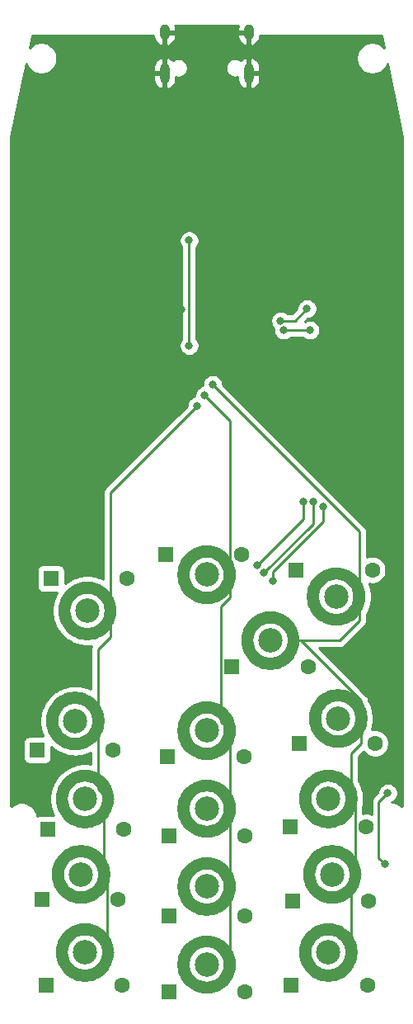
<source format=gtl>
%TF.GenerationSoftware,KiCad,Pcbnew,(5.1.9)-1*%
%TF.CreationDate,2021-01-14T19:29:21+00:00*%
%TF.ProjectId,Nokia_3310_Controller,4e6f6b69-615f-4333-9331-305f436f6e74,rev?*%
%TF.SameCoordinates,Original*%
%TF.FileFunction,Copper,L1,Top*%
%TF.FilePolarity,Positive*%
%FSLAX46Y46*%
G04 Gerber Fmt 4.6, Leading zero omitted, Abs format (unit mm)*
G04 Created by KiCad (PCBNEW (5.1.9)-1) date 2021-01-14 19:29:21*
%MOMM*%
%LPD*%
G01*
G04 APERTURE LIST*
%TA.AperFunction,SMDPad,CuDef*%
%ADD10C,0.100000*%
%TD*%
%TA.AperFunction,SMDPad,CuDef*%
%ADD11C,2.500000*%
%TD*%
%TA.AperFunction,ComponentPad*%
%ADD12C,1.600000*%
%TD*%
%TA.AperFunction,ComponentPad*%
%ADD13R,1.600000X1.600000*%
%TD*%
%TA.AperFunction,ComponentPad*%
%ADD14O,1.000000X1.600000*%
%TD*%
%TA.AperFunction,ComponentPad*%
%ADD15O,1.000000X2.100000*%
%TD*%
%TA.AperFunction,ViaPad*%
%ADD16C,0.800000*%
%TD*%
%TA.AperFunction,Conductor*%
%ADD17C,0.250000*%
%TD*%
%TA.AperFunction,Conductor*%
%ADD18C,0.254000*%
%TD*%
%TA.AperFunction,Conductor*%
%ADD19C,0.100000*%
%TD*%
G04 APERTURE END LIST*
%TA.AperFunction,SMDPad,CuDef*%
D10*
%TO.P,SW10,1*%
%TO.N,/col2*%
G36*
X168440191Y-130032470D02*
G01*
X168728941Y-130089906D01*
X169010670Y-130175368D01*
X169282665Y-130288032D01*
X169542308Y-130426814D01*
X169787098Y-130590377D01*
X170014677Y-130777147D01*
X170222853Y-130985323D01*
X170409623Y-131212902D01*
X170573186Y-131457692D01*
X170711968Y-131717335D01*
X170824632Y-131989330D01*
X170910094Y-132271059D01*
X170967530Y-132559809D01*
X170996386Y-132852797D01*
X170996386Y-132940285D01*
X170999247Y-132969333D01*
X170999247Y-133030667D01*
X170996386Y-133059715D01*
X170996386Y-133147203D01*
X170967530Y-133440191D01*
X170910094Y-133728941D01*
X170824632Y-134010670D01*
X170711968Y-134282665D01*
X170573186Y-134542308D01*
X170409623Y-134787098D01*
X170222853Y-135014677D01*
X170014677Y-135222853D01*
X169787098Y-135409623D01*
X169542308Y-135573186D01*
X169282665Y-135711968D01*
X169010670Y-135824632D01*
X168728941Y-135910094D01*
X168440191Y-135967530D01*
X168147203Y-135996386D01*
X167852797Y-135996386D01*
X167559809Y-135967530D01*
X167271059Y-135910094D01*
X166989330Y-135824632D01*
X166717335Y-135711968D01*
X166457692Y-135573186D01*
X166212902Y-135409623D01*
X165985323Y-135222853D01*
X165777147Y-135014677D01*
X165590377Y-134787098D01*
X165426814Y-134542308D01*
X165288032Y-134282665D01*
X165175368Y-134010670D01*
X165089906Y-133728941D01*
X165032470Y-133440191D01*
X165003614Y-133147203D01*
X165003614Y-132914132D01*
X166252108Y-132914132D01*
X166252108Y-133085868D01*
X166268941Y-133256778D01*
X166302445Y-133425215D01*
X166352298Y-133589557D01*
X166418019Y-133748221D01*
X166498975Y-133899680D01*
X166594387Y-134042474D01*
X166703336Y-134175228D01*
X166824772Y-134296664D01*
X166957526Y-134405613D01*
X167100320Y-134501025D01*
X167251779Y-134581981D01*
X167410443Y-134647702D01*
X167574785Y-134697555D01*
X167743222Y-134731059D01*
X167914132Y-134747892D01*
X168085868Y-134747892D01*
X168256778Y-134731059D01*
X168425215Y-134697555D01*
X168589557Y-134647702D01*
X168748221Y-134581981D01*
X168899680Y-134501025D01*
X169042474Y-134405613D01*
X169175228Y-134296664D01*
X169296664Y-134175228D01*
X169405613Y-134042474D01*
X169501025Y-133899680D01*
X169581981Y-133748221D01*
X169647702Y-133589557D01*
X169697555Y-133425215D01*
X169731059Y-133256778D01*
X169747892Y-133085868D01*
X169747892Y-132914132D01*
X169731059Y-132743222D01*
X169697555Y-132574785D01*
X169647702Y-132410443D01*
X169581981Y-132251779D01*
X169501025Y-132100320D01*
X169405613Y-131957526D01*
X169296664Y-131824772D01*
X169175228Y-131703336D01*
X169042474Y-131594387D01*
X168899680Y-131498975D01*
X168748221Y-131418019D01*
X168589557Y-131352298D01*
X168425215Y-131302445D01*
X168256778Y-131268941D01*
X168085868Y-131252108D01*
X167914132Y-131252108D01*
X167743222Y-131268941D01*
X167574785Y-131302445D01*
X167410443Y-131352298D01*
X167251779Y-131418019D01*
X167100320Y-131498975D01*
X166957526Y-131594387D01*
X166824772Y-131703336D01*
X166703336Y-131824772D01*
X166594387Y-131957526D01*
X166498975Y-132100320D01*
X166418019Y-132251779D01*
X166352298Y-132410443D01*
X166302445Y-132574785D01*
X166268941Y-132743222D01*
X166252108Y-132914132D01*
X165003614Y-132914132D01*
X165003614Y-132852797D01*
X165032470Y-132559809D01*
X165089906Y-132271059D01*
X165175368Y-131989330D01*
X165288032Y-131717335D01*
X165426814Y-131457692D01*
X165590377Y-131212902D01*
X165777147Y-130985323D01*
X165985323Y-130777147D01*
X166212902Y-130590377D01*
X166457692Y-130426814D01*
X166717335Y-130288032D01*
X166989330Y-130175368D01*
X167271059Y-130089906D01*
X167559809Y-130032470D01*
X167852797Y-130003614D01*
X168147203Y-130003614D01*
X168440191Y-130032470D01*
G37*
%TD.AperFunction*%
D11*
%TO.P,SW10,2*%
%TO.N,Net-(D10-Pad2)*%
X168000000Y-133000000D03*
%TD*%
%TO.P,SW1,2*%
%TO.N,Net-(D1-Pad2)*%
X143250000Y-113700000D03*
%TA.AperFunction,SMDPad,CuDef*%
D10*
%TO.P,SW1,1*%
%TO.N,/col0*%
G36*
X143690191Y-110732470D02*
G01*
X143978941Y-110789906D01*
X144260670Y-110875368D01*
X144532665Y-110988032D01*
X144792308Y-111126814D01*
X145037098Y-111290377D01*
X145264677Y-111477147D01*
X145472853Y-111685323D01*
X145659623Y-111912902D01*
X145823186Y-112157692D01*
X145961968Y-112417335D01*
X146074632Y-112689330D01*
X146160094Y-112971059D01*
X146217530Y-113259809D01*
X146246386Y-113552797D01*
X146246386Y-113640285D01*
X146249247Y-113669333D01*
X146249247Y-113730667D01*
X146246386Y-113759715D01*
X146246386Y-113847203D01*
X146217530Y-114140191D01*
X146160094Y-114428941D01*
X146074632Y-114710670D01*
X145961968Y-114982665D01*
X145823186Y-115242308D01*
X145659623Y-115487098D01*
X145472853Y-115714677D01*
X145264677Y-115922853D01*
X145037098Y-116109623D01*
X144792308Y-116273186D01*
X144532665Y-116411968D01*
X144260670Y-116524632D01*
X143978941Y-116610094D01*
X143690191Y-116667530D01*
X143397203Y-116696386D01*
X143102797Y-116696386D01*
X142809809Y-116667530D01*
X142521059Y-116610094D01*
X142239330Y-116524632D01*
X141967335Y-116411968D01*
X141707692Y-116273186D01*
X141462902Y-116109623D01*
X141235323Y-115922853D01*
X141027147Y-115714677D01*
X140840377Y-115487098D01*
X140676814Y-115242308D01*
X140538032Y-114982665D01*
X140425368Y-114710670D01*
X140339906Y-114428941D01*
X140282470Y-114140191D01*
X140253614Y-113847203D01*
X140253614Y-113614132D01*
X141502108Y-113614132D01*
X141502108Y-113785868D01*
X141518941Y-113956778D01*
X141552445Y-114125215D01*
X141602298Y-114289557D01*
X141668019Y-114448221D01*
X141748975Y-114599680D01*
X141844387Y-114742474D01*
X141953336Y-114875228D01*
X142074772Y-114996664D01*
X142207526Y-115105613D01*
X142350320Y-115201025D01*
X142501779Y-115281981D01*
X142660443Y-115347702D01*
X142824785Y-115397555D01*
X142993222Y-115431059D01*
X143164132Y-115447892D01*
X143335868Y-115447892D01*
X143506778Y-115431059D01*
X143675215Y-115397555D01*
X143839557Y-115347702D01*
X143998221Y-115281981D01*
X144149680Y-115201025D01*
X144292474Y-115105613D01*
X144425228Y-114996664D01*
X144546664Y-114875228D01*
X144655613Y-114742474D01*
X144751025Y-114599680D01*
X144831981Y-114448221D01*
X144897702Y-114289557D01*
X144947555Y-114125215D01*
X144981059Y-113956778D01*
X144997892Y-113785868D01*
X144997892Y-113614132D01*
X144981059Y-113443222D01*
X144947555Y-113274785D01*
X144897702Y-113110443D01*
X144831981Y-112951779D01*
X144751025Y-112800320D01*
X144655613Y-112657526D01*
X144546664Y-112524772D01*
X144425228Y-112403336D01*
X144292474Y-112294387D01*
X144149680Y-112198975D01*
X143998221Y-112118019D01*
X143839557Y-112052298D01*
X143675215Y-112002445D01*
X143506778Y-111968941D01*
X143335868Y-111952108D01*
X143164132Y-111952108D01*
X142993222Y-111968941D01*
X142824785Y-112002445D01*
X142660443Y-112052298D01*
X142501779Y-112118019D01*
X142350320Y-112198975D01*
X142207526Y-112294387D01*
X142074772Y-112403336D01*
X141953336Y-112524772D01*
X141844387Y-112657526D01*
X141748975Y-112800320D01*
X141668019Y-112951779D01*
X141602298Y-113110443D01*
X141552445Y-113274785D01*
X141518941Y-113443222D01*
X141502108Y-113614132D01*
X140253614Y-113614132D01*
X140253614Y-113552797D01*
X140282470Y-113259809D01*
X140339906Y-112971059D01*
X140425368Y-112689330D01*
X140538032Y-112417335D01*
X140676814Y-112157692D01*
X140840377Y-111912902D01*
X141027147Y-111685323D01*
X141235323Y-111477147D01*
X141462902Y-111290377D01*
X141707692Y-111126814D01*
X141967335Y-110988032D01*
X142239330Y-110875368D01*
X142521059Y-110789906D01*
X142809809Y-110732470D01*
X143102797Y-110703614D01*
X143397203Y-110703614D01*
X143690191Y-110732470D01*
G37*
%TD.AperFunction*%
%TD*%
D12*
%TO.P,D1,2*%
%TO.N,Net-(D1-Pad2)*%
X147300000Y-110400000D03*
D13*
%TO.P,D1,1*%
%TO.N,/row0*%
X139500000Y-110400000D03*
%TD*%
%TO.P,D2,1*%
%TO.N,/row0*%
X151300000Y-107900000D03*
D12*
%TO.P,D2,2*%
%TO.N,Net-(D2-Pad2)*%
X159100000Y-107900000D03*
%TD*%
%TO.P,D3,2*%
%TO.N,Net-(D3-Pad2)*%
X172500000Y-109500000D03*
D13*
%TO.P,D3,1*%
%TO.N,/row0*%
X164700000Y-109500000D03*
%TD*%
%TO.P,D4,1*%
%TO.N,/row1*%
X158100000Y-119400000D03*
D12*
%TO.P,D4,2*%
%TO.N,Net-(D4-Pad2)*%
X165900000Y-119400000D03*
%TD*%
%TO.P,D5,2*%
%TO.N,Net-(D5-Pad2)*%
X145900000Y-128000000D03*
D13*
%TO.P,D5,1*%
%TO.N,/row2*%
X138100000Y-128000000D03*
%TD*%
%TO.P,D6,1*%
%TO.N,/row2*%
X151500000Y-128700000D03*
D12*
%TO.P,D6,2*%
%TO.N,Net-(D6-Pad2)*%
X159300000Y-128700000D03*
%TD*%
%TO.P,D7,2*%
%TO.N,Net-(D7-Pad2)*%
X172800000Y-127300000D03*
D13*
%TO.P,D7,1*%
%TO.N,/row2*%
X165000000Y-127300000D03*
%TD*%
%TO.P,D8,1*%
%TO.N,/row3*%
X139200000Y-136100000D03*
D12*
%TO.P,D8,2*%
%TO.N,Net-(D8-Pad2)*%
X147000000Y-136100000D03*
%TD*%
%TO.P,D9,2*%
%TO.N,Net-(D9-Pad2)*%
X159400000Y-136800000D03*
D13*
%TO.P,D9,1*%
%TO.N,/row3*%
X151600000Y-136800000D03*
%TD*%
%TO.P,D10,1*%
%TO.N,/row3*%
X164100000Y-135900000D03*
D12*
%TO.P,D10,2*%
%TO.N,Net-(D10-Pad2)*%
X171900000Y-135900000D03*
%TD*%
D13*
%TO.P,D11,1*%
%TO.N,/row4*%
X138600000Y-143300000D03*
D12*
%TO.P,D11,2*%
%TO.N,Net-(D11-Pad2)*%
X146400000Y-143300000D03*
%TD*%
%TO.P,D12,2*%
%TO.N,Net-(D12-Pad2)*%
X159400000Y-145000000D03*
D13*
%TO.P,D12,1*%
%TO.N,/row4*%
X151600000Y-145000000D03*
%TD*%
%TO.P,D13,1*%
%TO.N,/row4*%
X164350000Y-143500000D03*
D12*
%TO.P,D13,2*%
%TO.N,Net-(D13-Pad2)*%
X172150000Y-143500000D03*
%TD*%
%TO.P,D14,2*%
%TO.N,Net-(D14-Pad2)*%
X146800000Y-152100000D03*
D13*
%TO.P,D14,1*%
%TO.N,/row5*%
X139000000Y-152100000D03*
%TD*%
%TO.P,D15,1*%
%TO.N,/row5*%
X151600000Y-152800000D03*
D12*
%TO.P,D15,2*%
%TO.N,Net-(D15-Pad2)*%
X159400000Y-152800000D03*
%TD*%
%TO.P,D16,2*%
%TO.N,Net-(D16-Pad2)*%
X172000000Y-152100000D03*
D13*
%TO.P,D16,1*%
%TO.N,/row5*%
X164200000Y-152100000D03*
%TD*%
%TA.AperFunction,SMDPad,CuDef*%
D10*
%TO.P,SW2,1*%
%TO.N,/col1*%
G36*
X155940191Y-107032470D02*
G01*
X156228941Y-107089906D01*
X156510670Y-107175368D01*
X156782665Y-107288032D01*
X157042308Y-107426814D01*
X157287098Y-107590377D01*
X157514677Y-107777147D01*
X157722853Y-107985323D01*
X157909623Y-108212902D01*
X158073186Y-108457692D01*
X158211968Y-108717335D01*
X158324632Y-108989330D01*
X158410094Y-109271059D01*
X158467530Y-109559809D01*
X158496386Y-109852797D01*
X158496386Y-109940285D01*
X158499247Y-109969333D01*
X158499247Y-110030667D01*
X158496386Y-110059715D01*
X158496386Y-110147203D01*
X158467530Y-110440191D01*
X158410094Y-110728941D01*
X158324632Y-111010670D01*
X158211968Y-111282665D01*
X158073186Y-111542308D01*
X157909623Y-111787098D01*
X157722853Y-112014677D01*
X157514677Y-112222853D01*
X157287098Y-112409623D01*
X157042308Y-112573186D01*
X156782665Y-112711968D01*
X156510670Y-112824632D01*
X156228941Y-112910094D01*
X155940191Y-112967530D01*
X155647203Y-112996386D01*
X155352797Y-112996386D01*
X155059809Y-112967530D01*
X154771059Y-112910094D01*
X154489330Y-112824632D01*
X154217335Y-112711968D01*
X153957692Y-112573186D01*
X153712902Y-112409623D01*
X153485323Y-112222853D01*
X153277147Y-112014677D01*
X153090377Y-111787098D01*
X152926814Y-111542308D01*
X152788032Y-111282665D01*
X152675368Y-111010670D01*
X152589906Y-110728941D01*
X152532470Y-110440191D01*
X152503614Y-110147203D01*
X152503614Y-109914132D01*
X153752108Y-109914132D01*
X153752108Y-110085868D01*
X153768941Y-110256778D01*
X153802445Y-110425215D01*
X153852298Y-110589557D01*
X153918019Y-110748221D01*
X153998975Y-110899680D01*
X154094387Y-111042474D01*
X154203336Y-111175228D01*
X154324772Y-111296664D01*
X154457526Y-111405613D01*
X154600320Y-111501025D01*
X154751779Y-111581981D01*
X154910443Y-111647702D01*
X155074785Y-111697555D01*
X155243222Y-111731059D01*
X155414132Y-111747892D01*
X155585868Y-111747892D01*
X155756778Y-111731059D01*
X155925215Y-111697555D01*
X156089557Y-111647702D01*
X156248221Y-111581981D01*
X156399680Y-111501025D01*
X156542474Y-111405613D01*
X156675228Y-111296664D01*
X156796664Y-111175228D01*
X156905613Y-111042474D01*
X157001025Y-110899680D01*
X157081981Y-110748221D01*
X157147702Y-110589557D01*
X157197555Y-110425215D01*
X157231059Y-110256778D01*
X157247892Y-110085868D01*
X157247892Y-109914132D01*
X157231059Y-109743222D01*
X157197555Y-109574785D01*
X157147702Y-109410443D01*
X157081981Y-109251779D01*
X157001025Y-109100320D01*
X156905613Y-108957526D01*
X156796664Y-108824772D01*
X156675228Y-108703336D01*
X156542474Y-108594387D01*
X156399680Y-108498975D01*
X156248221Y-108418019D01*
X156089557Y-108352298D01*
X155925215Y-108302445D01*
X155756778Y-108268941D01*
X155585868Y-108252108D01*
X155414132Y-108252108D01*
X155243222Y-108268941D01*
X155074785Y-108302445D01*
X154910443Y-108352298D01*
X154751779Y-108418019D01*
X154600320Y-108498975D01*
X154457526Y-108594387D01*
X154324772Y-108703336D01*
X154203336Y-108824772D01*
X154094387Y-108957526D01*
X153998975Y-109100320D01*
X153918019Y-109251779D01*
X153852298Y-109410443D01*
X153802445Y-109574785D01*
X153768941Y-109743222D01*
X153752108Y-109914132D01*
X152503614Y-109914132D01*
X152503614Y-109852797D01*
X152532470Y-109559809D01*
X152589906Y-109271059D01*
X152675368Y-108989330D01*
X152788032Y-108717335D01*
X152926814Y-108457692D01*
X153090377Y-108212902D01*
X153277147Y-107985323D01*
X153485323Y-107777147D01*
X153712902Y-107590377D01*
X153957692Y-107426814D01*
X154217335Y-107288032D01*
X154489330Y-107175368D01*
X154771059Y-107089906D01*
X155059809Y-107032470D01*
X155352797Y-107003614D01*
X155647203Y-107003614D01*
X155940191Y-107032470D01*
G37*
%TD.AperFunction*%
D11*
%TO.P,SW2,2*%
%TO.N,Net-(D2-Pad2)*%
X155500000Y-110000000D03*
%TD*%
%TO.P,SW3,2*%
%TO.N,Net-(D3-Pad2)*%
X168800000Y-112250000D03*
%TA.AperFunction,SMDPad,CuDef*%
D10*
%TO.P,SW3,1*%
%TO.N,/col2*%
G36*
X169240191Y-109282470D02*
G01*
X169528941Y-109339906D01*
X169810670Y-109425368D01*
X170082665Y-109538032D01*
X170342308Y-109676814D01*
X170587098Y-109840377D01*
X170814677Y-110027147D01*
X171022853Y-110235323D01*
X171209623Y-110462902D01*
X171373186Y-110707692D01*
X171511968Y-110967335D01*
X171624632Y-111239330D01*
X171710094Y-111521059D01*
X171767530Y-111809809D01*
X171796386Y-112102797D01*
X171796386Y-112190285D01*
X171799247Y-112219333D01*
X171799247Y-112280667D01*
X171796386Y-112309715D01*
X171796386Y-112397203D01*
X171767530Y-112690191D01*
X171710094Y-112978941D01*
X171624632Y-113260670D01*
X171511968Y-113532665D01*
X171373186Y-113792308D01*
X171209623Y-114037098D01*
X171022853Y-114264677D01*
X170814677Y-114472853D01*
X170587098Y-114659623D01*
X170342308Y-114823186D01*
X170082665Y-114961968D01*
X169810670Y-115074632D01*
X169528941Y-115160094D01*
X169240191Y-115217530D01*
X168947203Y-115246386D01*
X168652797Y-115246386D01*
X168359809Y-115217530D01*
X168071059Y-115160094D01*
X167789330Y-115074632D01*
X167517335Y-114961968D01*
X167257692Y-114823186D01*
X167012902Y-114659623D01*
X166785323Y-114472853D01*
X166577147Y-114264677D01*
X166390377Y-114037098D01*
X166226814Y-113792308D01*
X166088032Y-113532665D01*
X165975368Y-113260670D01*
X165889906Y-112978941D01*
X165832470Y-112690191D01*
X165803614Y-112397203D01*
X165803614Y-112164132D01*
X167052108Y-112164132D01*
X167052108Y-112335868D01*
X167068941Y-112506778D01*
X167102445Y-112675215D01*
X167152298Y-112839557D01*
X167218019Y-112998221D01*
X167298975Y-113149680D01*
X167394387Y-113292474D01*
X167503336Y-113425228D01*
X167624772Y-113546664D01*
X167757526Y-113655613D01*
X167900320Y-113751025D01*
X168051779Y-113831981D01*
X168210443Y-113897702D01*
X168374785Y-113947555D01*
X168543222Y-113981059D01*
X168714132Y-113997892D01*
X168885868Y-113997892D01*
X169056778Y-113981059D01*
X169225215Y-113947555D01*
X169389557Y-113897702D01*
X169548221Y-113831981D01*
X169699680Y-113751025D01*
X169842474Y-113655613D01*
X169975228Y-113546664D01*
X170096664Y-113425228D01*
X170205613Y-113292474D01*
X170301025Y-113149680D01*
X170381981Y-112998221D01*
X170447702Y-112839557D01*
X170497555Y-112675215D01*
X170531059Y-112506778D01*
X170547892Y-112335868D01*
X170547892Y-112164132D01*
X170531059Y-111993222D01*
X170497555Y-111824785D01*
X170447702Y-111660443D01*
X170381981Y-111501779D01*
X170301025Y-111350320D01*
X170205613Y-111207526D01*
X170096664Y-111074772D01*
X169975228Y-110953336D01*
X169842474Y-110844387D01*
X169699680Y-110748975D01*
X169548221Y-110668019D01*
X169389557Y-110602298D01*
X169225215Y-110552445D01*
X169056778Y-110518941D01*
X168885868Y-110502108D01*
X168714132Y-110502108D01*
X168543222Y-110518941D01*
X168374785Y-110552445D01*
X168210443Y-110602298D01*
X168051779Y-110668019D01*
X167900320Y-110748975D01*
X167757526Y-110844387D01*
X167624772Y-110953336D01*
X167503336Y-111074772D01*
X167394387Y-111207526D01*
X167298975Y-111350320D01*
X167218019Y-111501779D01*
X167152298Y-111660443D01*
X167102445Y-111824785D01*
X167068941Y-111993222D01*
X167052108Y-112164132D01*
X165803614Y-112164132D01*
X165803614Y-112102797D01*
X165832470Y-111809809D01*
X165889906Y-111521059D01*
X165975368Y-111239330D01*
X166088032Y-110967335D01*
X166226814Y-110707692D01*
X166390377Y-110462902D01*
X166577147Y-110235323D01*
X166785323Y-110027147D01*
X167012902Y-109840377D01*
X167257692Y-109676814D01*
X167517335Y-109538032D01*
X167789330Y-109425368D01*
X168071059Y-109339906D01*
X168359809Y-109282470D01*
X168652797Y-109253614D01*
X168947203Y-109253614D01*
X169240191Y-109282470D01*
G37*
%TD.AperFunction*%
%TD*%
%TA.AperFunction,SMDPad,CuDef*%
%TO.P,SW4,1*%
%TO.N,/col2*%
G36*
X162490191Y-113782470D02*
G01*
X162778941Y-113839906D01*
X163060670Y-113925368D01*
X163332665Y-114038032D01*
X163592308Y-114176814D01*
X163837098Y-114340377D01*
X164064677Y-114527147D01*
X164272853Y-114735323D01*
X164459623Y-114962902D01*
X164623186Y-115207692D01*
X164761968Y-115467335D01*
X164874632Y-115739330D01*
X164960094Y-116021059D01*
X165017530Y-116309809D01*
X165046386Y-116602797D01*
X165046386Y-116690285D01*
X165049247Y-116719333D01*
X165049247Y-116780667D01*
X165046386Y-116809715D01*
X165046386Y-116897203D01*
X165017530Y-117190191D01*
X164960094Y-117478941D01*
X164874632Y-117760670D01*
X164761968Y-118032665D01*
X164623186Y-118292308D01*
X164459623Y-118537098D01*
X164272853Y-118764677D01*
X164064677Y-118972853D01*
X163837098Y-119159623D01*
X163592308Y-119323186D01*
X163332665Y-119461968D01*
X163060670Y-119574632D01*
X162778941Y-119660094D01*
X162490191Y-119717530D01*
X162197203Y-119746386D01*
X161902797Y-119746386D01*
X161609809Y-119717530D01*
X161321059Y-119660094D01*
X161039330Y-119574632D01*
X160767335Y-119461968D01*
X160507692Y-119323186D01*
X160262902Y-119159623D01*
X160035323Y-118972853D01*
X159827147Y-118764677D01*
X159640377Y-118537098D01*
X159476814Y-118292308D01*
X159338032Y-118032665D01*
X159225368Y-117760670D01*
X159139906Y-117478941D01*
X159082470Y-117190191D01*
X159053614Y-116897203D01*
X159053614Y-116664132D01*
X160302108Y-116664132D01*
X160302108Y-116835868D01*
X160318941Y-117006778D01*
X160352445Y-117175215D01*
X160402298Y-117339557D01*
X160468019Y-117498221D01*
X160548975Y-117649680D01*
X160644387Y-117792474D01*
X160753336Y-117925228D01*
X160874772Y-118046664D01*
X161007526Y-118155613D01*
X161150320Y-118251025D01*
X161301779Y-118331981D01*
X161460443Y-118397702D01*
X161624785Y-118447555D01*
X161793222Y-118481059D01*
X161964132Y-118497892D01*
X162135868Y-118497892D01*
X162306778Y-118481059D01*
X162475215Y-118447555D01*
X162639557Y-118397702D01*
X162798221Y-118331981D01*
X162949680Y-118251025D01*
X163092474Y-118155613D01*
X163225228Y-118046664D01*
X163346664Y-117925228D01*
X163455613Y-117792474D01*
X163551025Y-117649680D01*
X163631981Y-117498221D01*
X163697702Y-117339557D01*
X163747555Y-117175215D01*
X163781059Y-117006778D01*
X163797892Y-116835868D01*
X163797892Y-116664132D01*
X163781059Y-116493222D01*
X163747555Y-116324785D01*
X163697702Y-116160443D01*
X163631981Y-116001779D01*
X163551025Y-115850320D01*
X163455613Y-115707526D01*
X163346664Y-115574772D01*
X163225228Y-115453336D01*
X163092474Y-115344387D01*
X162949680Y-115248975D01*
X162798221Y-115168019D01*
X162639557Y-115102298D01*
X162475215Y-115052445D01*
X162306778Y-115018941D01*
X162135868Y-115002108D01*
X161964132Y-115002108D01*
X161793222Y-115018941D01*
X161624785Y-115052445D01*
X161460443Y-115102298D01*
X161301779Y-115168019D01*
X161150320Y-115248975D01*
X161007526Y-115344387D01*
X160874772Y-115453336D01*
X160753336Y-115574772D01*
X160644387Y-115707526D01*
X160548975Y-115850320D01*
X160468019Y-116001779D01*
X160402298Y-116160443D01*
X160352445Y-116324785D01*
X160318941Y-116493222D01*
X160302108Y-116664132D01*
X159053614Y-116664132D01*
X159053614Y-116602797D01*
X159082470Y-116309809D01*
X159139906Y-116021059D01*
X159225368Y-115739330D01*
X159338032Y-115467335D01*
X159476814Y-115207692D01*
X159640377Y-114962902D01*
X159827147Y-114735323D01*
X160035323Y-114527147D01*
X160262902Y-114340377D01*
X160507692Y-114176814D01*
X160767335Y-114038032D01*
X161039330Y-113925368D01*
X161321059Y-113839906D01*
X161609809Y-113782470D01*
X161902797Y-113753614D01*
X162197203Y-113753614D01*
X162490191Y-113782470D01*
G37*
%TD.AperFunction*%
D11*
%TO.P,SW4,2*%
%TO.N,Net-(D4-Pad2)*%
X162050000Y-116750000D03*
%TD*%
%TO.P,SW5,2*%
%TO.N,Net-(D5-Pad2)*%
X142000000Y-125000000D03*
%TA.AperFunction,SMDPad,CuDef*%
D10*
%TO.P,SW5,1*%
%TO.N,/col0*%
G36*
X142440191Y-122032470D02*
G01*
X142728941Y-122089906D01*
X143010670Y-122175368D01*
X143282665Y-122288032D01*
X143542308Y-122426814D01*
X143787098Y-122590377D01*
X144014677Y-122777147D01*
X144222853Y-122985323D01*
X144409623Y-123212902D01*
X144573186Y-123457692D01*
X144711968Y-123717335D01*
X144824632Y-123989330D01*
X144910094Y-124271059D01*
X144967530Y-124559809D01*
X144996386Y-124852797D01*
X144996386Y-124940285D01*
X144999247Y-124969333D01*
X144999247Y-125030667D01*
X144996386Y-125059715D01*
X144996386Y-125147203D01*
X144967530Y-125440191D01*
X144910094Y-125728941D01*
X144824632Y-126010670D01*
X144711968Y-126282665D01*
X144573186Y-126542308D01*
X144409623Y-126787098D01*
X144222853Y-127014677D01*
X144014677Y-127222853D01*
X143787098Y-127409623D01*
X143542308Y-127573186D01*
X143282665Y-127711968D01*
X143010670Y-127824632D01*
X142728941Y-127910094D01*
X142440191Y-127967530D01*
X142147203Y-127996386D01*
X141852797Y-127996386D01*
X141559809Y-127967530D01*
X141271059Y-127910094D01*
X140989330Y-127824632D01*
X140717335Y-127711968D01*
X140457692Y-127573186D01*
X140212902Y-127409623D01*
X139985323Y-127222853D01*
X139777147Y-127014677D01*
X139590377Y-126787098D01*
X139426814Y-126542308D01*
X139288032Y-126282665D01*
X139175368Y-126010670D01*
X139089906Y-125728941D01*
X139032470Y-125440191D01*
X139003614Y-125147203D01*
X139003614Y-124914132D01*
X140252108Y-124914132D01*
X140252108Y-125085868D01*
X140268941Y-125256778D01*
X140302445Y-125425215D01*
X140352298Y-125589557D01*
X140418019Y-125748221D01*
X140498975Y-125899680D01*
X140594387Y-126042474D01*
X140703336Y-126175228D01*
X140824772Y-126296664D01*
X140957526Y-126405613D01*
X141100320Y-126501025D01*
X141251779Y-126581981D01*
X141410443Y-126647702D01*
X141574785Y-126697555D01*
X141743222Y-126731059D01*
X141914132Y-126747892D01*
X142085868Y-126747892D01*
X142256778Y-126731059D01*
X142425215Y-126697555D01*
X142589557Y-126647702D01*
X142748221Y-126581981D01*
X142899680Y-126501025D01*
X143042474Y-126405613D01*
X143175228Y-126296664D01*
X143296664Y-126175228D01*
X143405613Y-126042474D01*
X143501025Y-125899680D01*
X143581981Y-125748221D01*
X143647702Y-125589557D01*
X143697555Y-125425215D01*
X143731059Y-125256778D01*
X143747892Y-125085868D01*
X143747892Y-124914132D01*
X143731059Y-124743222D01*
X143697555Y-124574785D01*
X143647702Y-124410443D01*
X143581981Y-124251779D01*
X143501025Y-124100320D01*
X143405613Y-123957526D01*
X143296664Y-123824772D01*
X143175228Y-123703336D01*
X143042474Y-123594387D01*
X142899680Y-123498975D01*
X142748221Y-123418019D01*
X142589557Y-123352298D01*
X142425215Y-123302445D01*
X142256778Y-123268941D01*
X142085868Y-123252108D01*
X141914132Y-123252108D01*
X141743222Y-123268941D01*
X141574785Y-123302445D01*
X141410443Y-123352298D01*
X141251779Y-123418019D01*
X141100320Y-123498975D01*
X140957526Y-123594387D01*
X140824772Y-123703336D01*
X140703336Y-123824772D01*
X140594387Y-123957526D01*
X140498975Y-124100320D01*
X140418019Y-124251779D01*
X140352298Y-124410443D01*
X140302445Y-124574785D01*
X140268941Y-124743222D01*
X140252108Y-124914132D01*
X139003614Y-124914132D01*
X139003614Y-124852797D01*
X139032470Y-124559809D01*
X139089906Y-124271059D01*
X139175368Y-123989330D01*
X139288032Y-123717335D01*
X139426814Y-123457692D01*
X139590377Y-123212902D01*
X139777147Y-122985323D01*
X139985323Y-122777147D01*
X140212902Y-122590377D01*
X140457692Y-122426814D01*
X140717335Y-122288032D01*
X140989330Y-122175368D01*
X141271059Y-122089906D01*
X141559809Y-122032470D01*
X141852797Y-122003614D01*
X142147203Y-122003614D01*
X142440191Y-122032470D01*
G37*
%TD.AperFunction*%
%TD*%
%TA.AperFunction,SMDPad,CuDef*%
%TO.P,SW6,1*%
%TO.N,/col1*%
G36*
X155940191Y-123032470D02*
G01*
X156228941Y-123089906D01*
X156510670Y-123175368D01*
X156782665Y-123288032D01*
X157042308Y-123426814D01*
X157287098Y-123590377D01*
X157514677Y-123777147D01*
X157722853Y-123985323D01*
X157909623Y-124212902D01*
X158073186Y-124457692D01*
X158211968Y-124717335D01*
X158324632Y-124989330D01*
X158410094Y-125271059D01*
X158467530Y-125559809D01*
X158496386Y-125852797D01*
X158496386Y-125940285D01*
X158499247Y-125969333D01*
X158499247Y-126030667D01*
X158496386Y-126059715D01*
X158496386Y-126147203D01*
X158467530Y-126440191D01*
X158410094Y-126728941D01*
X158324632Y-127010670D01*
X158211968Y-127282665D01*
X158073186Y-127542308D01*
X157909623Y-127787098D01*
X157722853Y-128014677D01*
X157514677Y-128222853D01*
X157287098Y-128409623D01*
X157042308Y-128573186D01*
X156782665Y-128711968D01*
X156510670Y-128824632D01*
X156228941Y-128910094D01*
X155940191Y-128967530D01*
X155647203Y-128996386D01*
X155352797Y-128996386D01*
X155059809Y-128967530D01*
X154771059Y-128910094D01*
X154489330Y-128824632D01*
X154217335Y-128711968D01*
X153957692Y-128573186D01*
X153712902Y-128409623D01*
X153485323Y-128222853D01*
X153277147Y-128014677D01*
X153090377Y-127787098D01*
X152926814Y-127542308D01*
X152788032Y-127282665D01*
X152675368Y-127010670D01*
X152589906Y-126728941D01*
X152532470Y-126440191D01*
X152503614Y-126147203D01*
X152503614Y-125914132D01*
X153752108Y-125914132D01*
X153752108Y-126085868D01*
X153768941Y-126256778D01*
X153802445Y-126425215D01*
X153852298Y-126589557D01*
X153918019Y-126748221D01*
X153998975Y-126899680D01*
X154094387Y-127042474D01*
X154203336Y-127175228D01*
X154324772Y-127296664D01*
X154457526Y-127405613D01*
X154600320Y-127501025D01*
X154751779Y-127581981D01*
X154910443Y-127647702D01*
X155074785Y-127697555D01*
X155243222Y-127731059D01*
X155414132Y-127747892D01*
X155585868Y-127747892D01*
X155756778Y-127731059D01*
X155925215Y-127697555D01*
X156089557Y-127647702D01*
X156248221Y-127581981D01*
X156399680Y-127501025D01*
X156542474Y-127405613D01*
X156675228Y-127296664D01*
X156796664Y-127175228D01*
X156905613Y-127042474D01*
X157001025Y-126899680D01*
X157081981Y-126748221D01*
X157147702Y-126589557D01*
X157197555Y-126425215D01*
X157231059Y-126256778D01*
X157247892Y-126085868D01*
X157247892Y-125914132D01*
X157231059Y-125743222D01*
X157197555Y-125574785D01*
X157147702Y-125410443D01*
X157081981Y-125251779D01*
X157001025Y-125100320D01*
X156905613Y-124957526D01*
X156796664Y-124824772D01*
X156675228Y-124703336D01*
X156542474Y-124594387D01*
X156399680Y-124498975D01*
X156248221Y-124418019D01*
X156089557Y-124352298D01*
X155925215Y-124302445D01*
X155756778Y-124268941D01*
X155585868Y-124252108D01*
X155414132Y-124252108D01*
X155243222Y-124268941D01*
X155074785Y-124302445D01*
X154910443Y-124352298D01*
X154751779Y-124418019D01*
X154600320Y-124498975D01*
X154457526Y-124594387D01*
X154324772Y-124703336D01*
X154203336Y-124824772D01*
X154094387Y-124957526D01*
X153998975Y-125100320D01*
X153918019Y-125251779D01*
X153852298Y-125410443D01*
X153802445Y-125574785D01*
X153768941Y-125743222D01*
X153752108Y-125914132D01*
X152503614Y-125914132D01*
X152503614Y-125852797D01*
X152532470Y-125559809D01*
X152589906Y-125271059D01*
X152675368Y-124989330D01*
X152788032Y-124717335D01*
X152926814Y-124457692D01*
X153090377Y-124212902D01*
X153277147Y-123985323D01*
X153485323Y-123777147D01*
X153712902Y-123590377D01*
X153957692Y-123426814D01*
X154217335Y-123288032D01*
X154489330Y-123175368D01*
X154771059Y-123089906D01*
X155059809Y-123032470D01*
X155352797Y-123003614D01*
X155647203Y-123003614D01*
X155940191Y-123032470D01*
G37*
%TD.AperFunction*%
D11*
%TO.P,SW6,2*%
%TO.N,Net-(D6-Pad2)*%
X155500000Y-126000000D03*
%TD*%
%TO.P,SW7,2*%
%TO.N,Net-(D7-Pad2)*%
X169000000Y-124750000D03*
%TA.AperFunction,SMDPad,CuDef*%
D10*
%TO.P,SW7,1*%
%TO.N,/col2*%
G36*
X169440191Y-121782470D02*
G01*
X169728941Y-121839906D01*
X170010670Y-121925368D01*
X170282665Y-122038032D01*
X170542308Y-122176814D01*
X170787098Y-122340377D01*
X171014677Y-122527147D01*
X171222853Y-122735323D01*
X171409623Y-122962902D01*
X171573186Y-123207692D01*
X171711968Y-123467335D01*
X171824632Y-123739330D01*
X171910094Y-124021059D01*
X171967530Y-124309809D01*
X171996386Y-124602797D01*
X171996386Y-124690285D01*
X171999247Y-124719333D01*
X171999247Y-124780667D01*
X171996386Y-124809715D01*
X171996386Y-124897203D01*
X171967530Y-125190191D01*
X171910094Y-125478941D01*
X171824632Y-125760670D01*
X171711968Y-126032665D01*
X171573186Y-126292308D01*
X171409623Y-126537098D01*
X171222853Y-126764677D01*
X171014677Y-126972853D01*
X170787098Y-127159623D01*
X170542308Y-127323186D01*
X170282665Y-127461968D01*
X170010670Y-127574632D01*
X169728941Y-127660094D01*
X169440191Y-127717530D01*
X169147203Y-127746386D01*
X168852797Y-127746386D01*
X168559809Y-127717530D01*
X168271059Y-127660094D01*
X167989330Y-127574632D01*
X167717335Y-127461968D01*
X167457692Y-127323186D01*
X167212902Y-127159623D01*
X166985323Y-126972853D01*
X166777147Y-126764677D01*
X166590377Y-126537098D01*
X166426814Y-126292308D01*
X166288032Y-126032665D01*
X166175368Y-125760670D01*
X166089906Y-125478941D01*
X166032470Y-125190191D01*
X166003614Y-124897203D01*
X166003614Y-124664132D01*
X167252108Y-124664132D01*
X167252108Y-124835868D01*
X167268941Y-125006778D01*
X167302445Y-125175215D01*
X167352298Y-125339557D01*
X167418019Y-125498221D01*
X167498975Y-125649680D01*
X167594387Y-125792474D01*
X167703336Y-125925228D01*
X167824772Y-126046664D01*
X167957526Y-126155613D01*
X168100320Y-126251025D01*
X168251779Y-126331981D01*
X168410443Y-126397702D01*
X168574785Y-126447555D01*
X168743222Y-126481059D01*
X168914132Y-126497892D01*
X169085868Y-126497892D01*
X169256778Y-126481059D01*
X169425215Y-126447555D01*
X169589557Y-126397702D01*
X169748221Y-126331981D01*
X169899680Y-126251025D01*
X170042474Y-126155613D01*
X170175228Y-126046664D01*
X170296664Y-125925228D01*
X170405613Y-125792474D01*
X170501025Y-125649680D01*
X170581981Y-125498221D01*
X170647702Y-125339557D01*
X170697555Y-125175215D01*
X170731059Y-125006778D01*
X170747892Y-124835868D01*
X170747892Y-124664132D01*
X170731059Y-124493222D01*
X170697555Y-124324785D01*
X170647702Y-124160443D01*
X170581981Y-124001779D01*
X170501025Y-123850320D01*
X170405613Y-123707526D01*
X170296664Y-123574772D01*
X170175228Y-123453336D01*
X170042474Y-123344387D01*
X169899680Y-123248975D01*
X169748221Y-123168019D01*
X169589557Y-123102298D01*
X169425215Y-123052445D01*
X169256778Y-123018941D01*
X169085868Y-123002108D01*
X168914132Y-123002108D01*
X168743222Y-123018941D01*
X168574785Y-123052445D01*
X168410443Y-123102298D01*
X168251779Y-123168019D01*
X168100320Y-123248975D01*
X167957526Y-123344387D01*
X167824772Y-123453336D01*
X167703336Y-123574772D01*
X167594387Y-123707526D01*
X167498975Y-123850320D01*
X167418019Y-124001779D01*
X167352298Y-124160443D01*
X167302445Y-124324785D01*
X167268941Y-124493222D01*
X167252108Y-124664132D01*
X166003614Y-124664132D01*
X166003614Y-124602797D01*
X166032470Y-124309809D01*
X166089906Y-124021059D01*
X166175368Y-123739330D01*
X166288032Y-123467335D01*
X166426814Y-123207692D01*
X166590377Y-122962902D01*
X166777147Y-122735323D01*
X166985323Y-122527147D01*
X167212902Y-122340377D01*
X167457692Y-122176814D01*
X167717335Y-122038032D01*
X167989330Y-121925368D01*
X168271059Y-121839906D01*
X168559809Y-121782470D01*
X168852797Y-121753614D01*
X169147203Y-121753614D01*
X169440191Y-121782470D01*
G37*
%TD.AperFunction*%
%TD*%
%TA.AperFunction,SMDPad,CuDef*%
%TO.P,SW8,1*%
%TO.N,/col0*%
G36*
X143440191Y-130032470D02*
G01*
X143728941Y-130089906D01*
X144010670Y-130175368D01*
X144282665Y-130288032D01*
X144542308Y-130426814D01*
X144787098Y-130590377D01*
X145014677Y-130777147D01*
X145222853Y-130985323D01*
X145409623Y-131212902D01*
X145573186Y-131457692D01*
X145711968Y-131717335D01*
X145824632Y-131989330D01*
X145910094Y-132271059D01*
X145967530Y-132559809D01*
X145996386Y-132852797D01*
X145996386Y-132940285D01*
X145999247Y-132969333D01*
X145999247Y-133030667D01*
X145996386Y-133059715D01*
X145996386Y-133147203D01*
X145967530Y-133440191D01*
X145910094Y-133728941D01*
X145824632Y-134010670D01*
X145711968Y-134282665D01*
X145573186Y-134542308D01*
X145409623Y-134787098D01*
X145222853Y-135014677D01*
X145014677Y-135222853D01*
X144787098Y-135409623D01*
X144542308Y-135573186D01*
X144282665Y-135711968D01*
X144010670Y-135824632D01*
X143728941Y-135910094D01*
X143440191Y-135967530D01*
X143147203Y-135996386D01*
X142852797Y-135996386D01*
X142559809Y-135967530D01*
X142271059Y-135910094D01*
X141989330Y-135824632D01*
X141717335Y-135711968D01*
X141457692Y-135573186D01*
X141212902Y-135409623D01*
X140985323Y-135222853D01*
X140777147Y-135014677D01*
X140590377Y-134787098D01*
X140426814Y-134542308D01*
X140288032Y-134282665D01*
X140175368Y-134010670D01*
X140089906Y-133728941D01*
X140032470Y-133440191D01*
X140003614Y-133147203D01*
X140003614Y-132914132D01*
X141252108Y-132914132D01*
X141252108Y-133085868D01*
X141268941Y-133256778D01*
X141302445Y-133425215D01*
X141352298Y-133589557D01*
X141418019Y-133748221D01*
X141498975Y-133899680D01*
X141594387Y-134042474D01*
X141703336Y-134175228D01*
X141824772Y-134296664D01*
X141957526Y-134405613D01*
X142100320Y-134501025D01*
X142251779Y-134581981D01*
X142410443Y-134647702D01*
X142574785Y-134697555D01*
X142743222Y-134731059D01*
X142914132Y-134747892D01*
X143085868Y-134747892D01*
X143256778Y-134731059D01*
X143425215Y-134697555D01*
X143589557Y-134647702D01*
X143748221Y-134581981D01*
X143899680Y-134501025D01*
X144042474Y-134405613D01*
X144175228Y-134296664D01*
X144296664Y-134175228D01*
X144405613Y-134042474D01*
X144501025Y-133899680D01*
X144581981Y-133748221D01*
X144647702Y-133589557D01*
X144697555Y-133425215D01*
X144731059Y-133256778D01*
X144747892Y-133085868D01*
X144747892Y-132914132D01*
X144731059Y-132743222D01*
X144697555Y-132574785D01*
X144647702Y-132410443D01*
X144581981Y-132251779D01*
X144501025Y-132100320D01*
X144405613Y-131957526D01*
X144296664Y-131824772D01*
X144175228Y-131703336D01*
X144042474Y-131594387D01*
X143899680Y-131498975D01*
X143748221Y-131418019D01*
X143589557Y-131352298D01*
X143425215Y-131302445D01*
X143256778Y-131268941D01*
X143085868Y-131252108D01*
X142914132Y-131252108D01*
X142743222Y-131268941D01*
X142574785Y-131302445D01*
X142410443Y-131352298D01*
X142251779Y-131418019D01*
X142100320Y-131498975D01*
X141957526Y-131594387D01*
X141824772Y-131703336D01*
X141703336Y-131824772D01*
X141594387Y-131957526D01*
X141498975Y-132100320D01*
X141418019Y-132251779D01*
X141352298Y-132410443D01*
X141302445Y-132574785D01*
X141268941Y-132743222D01*
X141252108Y-132914132D01*
X140003614Y-132914132D01*
X140003614Y-132852797D01*
X140032470Y-132559809D01*
X140089906Y-132271059D01*
X140175368Y-131989330D01*
X140288032Y-131717335D01*
X140426814Y-131457692D01*
X140590377Y-131212902D01*
X140777147Y-130985323D01*
X140985323Y-130777147D01*
X141212902Y-130590377D01*
X141457692Y-130426814D01*
X141717335Y-130288032D01*
X141989330Y-130175368D01*
X142271059Y-130089906D01*
X142559809Y-130032470D01*
X142852797Y-130003614D01*
X143147203Y-130003614D01*
X143440191Y-130032470D01*
G37*
%TD.AperFunction*%
D11*
%TO.P,SW8,2*%
%TO.N,Net-(D8-Pad2)*%
X143000000Y-133000000D03*
%TD*%
%TO.P,SW9,2*%
%TO.N,Net-(D9-Pad2)*%
X155500000Y-134000000D03*
%TA.AperFunction,SMDPad,CuDef*%
D10*
%TO.P,SW9,1*%
%TO.N,/col1*%
G36*
X155940191Y-131032470D02*
G01*
X156228941Y-131089906D01*
X156510670Y-131175368D01*
X156782665Y-131288032D01*
X157042308Y-131426814D01*
X157287098Y-131590377D01*
X157514677Y-131777147D01*
X157722853Y-131985323D01*
X157909623Y-132212902D01*
X158073186Y-132457692D01*
X158211968Y-132717335D01*
X158324632Y-132989330D01*
X158410094Y-133271059D01*
X158467530Y-133559809D01*
X158496386Y-133852797D01*
X158496386Y-133940285D01*
X158499247Y-133969333D01*
X158499247Y-134030667D01*
X158496386Y-134059715D01*
X158496386Y-134147203D01*
X158467530Y-134440191D01*
X158410094Y-134728941D01*
X158324632Y-135010670D01*
X158211968Y-135282665D01*
X158073186Y-135542308D01*
X157909623Y-135787098D01*
X157722853Y-136014677D01*
X157514677Y-136222853D01*
X157287098Y-136409623D01*
X157042308Y-136573186D01*
X156782665Y-136711968D01*
X156510670Y-136824632D01*
X156228941Y-136910094D01*
X155940191Y-136967530D01*
X155647203Y-136996386D01*
X155352797Y-136996386D01*
X155059809Y-136967530D01*
X154771059Y-136910094D01*
X154489330Y-136824632D01*
X154217335Y-136711968D01*
X153957692Y-136573186D01*
X153712902Y-136409623D01*
X153485323Y-136222853D01*
X153277147Y-136014677D01*
X153090377Y-135787098D01*
X152926814Y-135542308D01*
X152788032Y-135282665D01*
X152675368Y-135010670D01*
X152589906Y-134728941D01*
X152532470Y-134440191D01*
X152503614Y-134147203D01*
X152503614Y-133914132D01*
X153752108Y-133914132D01*
X153752108Y-134085868D01*
X153768941Y-134256778D01*
X153802445Y-134425215D01*
X153852298Y-134589557D01*
X153918019Y-134748221D01*
X153998975Y-134899680D01*
X154094387Y-135042474D01*
X154203336Y-135175228D01*
X154324772Y-135296664D01*
X154457526Y-135405613D01*
X154600320Y-135501025D01*
X154751779Y-135581981D01*
X154910443Y-135647702D01*
X155074785Y-135697555D01*
X155243222Y-135731059D01*
X155414132Y-135747892D01*
X155585868Y-135747892D01*
X155756778Y-135731059D01*
X155925215Y-135697555D01*
X156089557Y-135647702D01*
X156248221Y-135581981D01*
X156399680Y-135501025D01*
X156542474Y-135405613D01*
X156675228Y-135296664D01*
X156796664Y-135175228D01*
X156905613Y-135042474D01*
X157001025Y-134899680D01*
X157081981Y-134748221D01*
X157147702Y-134589557D01*
X157197555Y-134425215D01*
X157231059Y-134256778D01*
X157247892Y-134085868D01*
X157247892Y-133914132D01*
X157231059Y-133743222D01*
X157197555Y-133574785D01*
X157147702Y-133410443D01*
X157081981Y-133251779D01*
X157001025Y-133100320D01*
X156905613Y-132957526D01*
X156796664Y-132824772D01*
X156675228Y-132703336D01*
X156542474Y-132594387D01*
X156399680Y-132498975D01*
X156248221Y-132418019D01*
X156089557Y-132352298D01*
X155925215Y-132302445D01*
X155756778Y-132268941D01*
X155585868Y-132252108D01*
X155414132Y-132252108D01*
X155243222Y-132268941D01*
X155074785Y-132302445D01*
X154910443Y-132352298D01*
X154751779Y-132418019D01*
X154600320Y-132498975D01*
X154457526Y-132594387D01*
X154324772Y-132703336D01*
X154203336Y-132824772D01*
X154094387Y-132957526D01*
X153998975Y-133100320D01*
X153918019Y-133251779D01*
X153852298Y-133410443D01*
X153802445Y-133574785D01*
X153768941Y-133743222D01*
X153752108Y-133914132D01*
X152503614Y-133914132D01*
X152503614Y-133852797D01*
X152532470Y-133559809D01*
X152589906Y-133271059D01*
X152675368Y-132989330D01*
X152788032Y-132717335D01*
X152926814Y-132457692D01*
X153090377Y-132212902D01*
X153277147Y-131985323D01*
X153485323Y-131777147D01*
X153712902Y-131590377D01*
X153957692Y-131426814D01*
X154217335Y-131288032D01*
X154489330Y-131175368D01*
X154771059Y-131089906D01*
X155059809Y-131032470D01*
X155352797Y-131003614D01*
X155647203Y-131003614D01*
X155940191Y-131032470D01*
G37*
%TD.AperFunction*%
%TD*%
D11*
%TO.P,SW11,2*%
%TO.N,Net-(D11-Pad2)*%
X142600000Y-140750000D03*
%TA.AperFunction,SMDPad,CuDef*%
D10*
%TO.P,SW11,1*%
%TO.N,/col0*%
G36*
X143040191Y-137782470D02*
G01*
X143328941Y-137839906D01*
X143610670Y-137925368D01*
X143882665Y-138038032D01*
X144142308Y-138176814D01*
X144387098Y-138340377D01*
X144614677Y-138527147D01*
X144822853Y-138735323D01*
X145009623Y-138962902D01*
X145173186Y-139207692D01*
X145311968Y-139467335D01*
X145424632Y-139739330D01*
X145510094Y-140021059D01*
X145567530Y-140309809D01*
X145596386Y-140602797D01*
X145596386Y-140690285D01*
X145599247Y-140719333D01*
X145599247Y-140780667D01*
X145596386Y-140809715D01*
X145596386Y-140897203D01*
X145567530Y-141190191D01*
X145510094Y-141478941D01*
X145424632Y-141760670D01*
X145311968Y-142032665D01*
X145173186Y-142292308D01*
X145009623Y-142537098D01*
X144822853Y-142764677D01*
X144614677Y-142972853D01*
X144387098Y-143159623D01*
X144142308Y-143323186D01*
X143882665Y-143461968D01*
X143610670Y-143574632D01*
X143328941Y-143660094D01*
X143040191Y-143717530D01*
X142747203Y-143746386D01*
X142452797Y-143746386D01*
X142159809Y-143717530D01*
X141871059Y-143660094D01*
X141589330Y-143574632D01*
X141317335Y-143461968D01*
X141057692Y-143323186D01*
X140812902Y-143159623D01*
X140585323Y-142972853D01*
X140377147Y-142764677D01*
X140190377Y-142537098D01*
X140026814Y-142292308D01*
X139888032Y-142032665D01*
X139775368Y-141760670D01*
X139689906Y-141478941D01*
X139632470Y-141190191D01*
X139603614Y-140897203D01*
X139603614Y-140664132D01*
X140852108Y-140664132D01*
X140852108Y-140835868D01*
X140868941Y-141006778D01*
X140902445Y-141175215D01*
X140952298Y-141339557D01*
X141018019Y-141498221D01*
X141098975Y-141649680D01*
X141194387Y-141792474D01*
X141303336Y-141925228D01*
X141424772Y-142046664D01*
X141557526Y-142155613D01*
X141700320Y-142251025D01*
X141851779Y-142331981D01*
X142010443Y-142397702D01*
X142174785Y-142447555D01*
X142343222Y-142481059D01*
X142514132Y-142497892D01*
X142685868Y-142497892D01*
X142856778Y-142481059D01*
X143025215Y-142447555D01*
X143189557Y-142397702D01*
X143348221Y-142331981D01*
X143499680Y-142251025D01*
X143642474Y-142155613D01*
X143775228Y-142046664D01*
X143896664Y-141925228D01*
X144005613Y-141792474D01*
X144101025Y-141649680D01*
X144181981Y-141498221D01*
X144247702Y-141339557D01*
X144297555Y-141175215D01*
X144331059Y-141006778D01*
X144347892Y-140835868D01*
X144347892Y-140664132D01*
X144331059Y-140493222D01*
X144297555Y-140324785D01*
X144247702Y-140160443D01*
X144181981Y-140001779D01*
X144101025Y-139850320D01*
X144005613Y-139707526D01*
X143896664Y-139574772D01*
X143775228Y-139453336D01*
X143642474Y-139344387D01*
X143499680Y-139248975D01*
X143348221Y-139168019D01*
X143189557Y-139102298D01*
X143025215Y-139052445D01*
X142856778Y-139018941D01*
X142685868Y-139002108D01*
X142514132Y-139002108D01*
X142343222Y-139018941D01*
X142174785Y-139052445D01*
X142010443Y-139102298D01*
X141851779Y-139168019D01*
X141700320Y-139248975D01*
X141557526Y-139344387D01*
X141424772Y-139453336D01*
X141303336Y-139574772D01*
X141194387Y-139707526D01*
X141098975Y-139850320D01*
X141018019Y-140001779D01*
X140952298Y-140160443D01*
X140902445Y-140324785D01*
X140868941Y-140493222D01*
X140852108Y-140664132D01*
X139603614Y-140664132D01*
X139603614Y-140602797D01*
X139632470Y-140309809D01*
X139689906Y-140021059D01*
X139775368Y-139739330D01*
X139888032Y-139467335D01*
X140026814Y-139207692D01*
X140190377Y-138962902D01*
X140377147Y-138735323D01*
X140585323Y-138527147D01*
X140812902Y-138340377D01*
X141057692Y-138176814D01*
X141317335Y-138038032D01*
X141589330Y-137925368D01*
X141871059Y-137839906D01*
X142159809Y-137782470D01*
X142452797Y-137753614D01*
X142747203Y-137753614D01*
X143040191Y-137782470D01*
G37*
%TD.AperFunction*%
%TD*%
%TA.AperFunction,SMDPad,CuDef*%
%TO.P,SW12,1*%
%TO.N,/col1*%
G36*
X155940191Y-139032470D02*
G01*
X156228941Y-139089906D01*
X156510670Y-139175368D01*
X156782665Y-139288032D01*
X157042308Y-139426814D01*
X157287098Y-139590377D01*
X157514677Y-139777147D01*
X157722853Y-139985323D01*
X157909623Y-140212902D01*
X158073186Y-140457692D01*
X158211968Y-140717335D01*
X158324632Y-140989330D01*
X158410094Y-141271059D01*
X158467530Y-141559809D01*
X158496386Y-141852797D01*
X158496386Y-141940285D01*
X158499247Y-141969333D01*
X158499247Y-142030667D01*
X158496386Y-142059715D01*
X158496386Y-142147203D01*
X158467530Y-142440191D01*
X158410094Y-142728941D01*
X158324632Y-143010670D01*
X158211968Y-143282665D01*
X158073186Y-143542308D01*
X157909623Y-143787098D01*
X157722853Y-144014677D01*
X157514677Y-144222853D01*
X157287098Y-144409623D01*
X157042308Y-144573186D01*
X156782665Y-144711968D01*
X156510670Y-144824632D01*
X156228941Y-144910094D01*
X155940191Y-144967530D01*
X155647203Y-144996386D01*
X155352797Y-144996386D01*
X155059809Y-144967530D01*
X154771059Y-144910094D01*
X154489330Y-144824632D01*
X154217335Y-144711968D01*
X153957692Y-144573186D01*
X153712902Y-144409623D01*
X153485323Y-144222853D01*
X153277147Y-144014677D01*
X153090377Y-143787098D01*
X152926814Y-143542308D01*
X152788032Y-143282665D01*
X152675368Y-143010670D01*
X152589906Y-142728941D01*
X152532470Y-142440191D01*
X152503614Y-142147203D01*
X152503614Y-141914132D01*
X153752108Y-141914132D01*
X153752108Y-142085868D01*
X153768941Y-142256778D01*
X153802445Y-142425215D01*
X153852298Y-142589557D01*
X153918019Y-142748221D01*
X153998975Y-142899680D01*
X154094387Y-143042474D01*
X154203336Y-143175228D01*
X154324772Y-143296664D01*
X154457526Y-143405613D01*
X154600320Y-143501025D01*
X154751779Y-143581981D01*
X154910443Y-143647702D01*
X155074785Y-143697555D01*
X155243222Y-143731059D01*
X155414132Y-143747892D01*
X155585868Y-143747892D01*
X155756778Y-143731059D01*
X155925215Y-143697555D01*
X156089557Y-143647702D01*
X156248221Y-143581981D01*
X156399680Y-143501025D01*
X156542474Y-143405613D01*
X156675228Y-143296664D01*
X156796664Y-143175228D01*
X156905613Y-143042474D01*
X157001025Y-142899680D01*
X157081981Y-142748221D01*
X157147702Y-142589557D01*
X157197555Y-142425215D01*
X157231059Y-142256778D01*
X157247892Y-142085868D01*
X157247892Y-141914132D01*
X157231059Y-141743222D01*
X157197555Y-141574785D01*
X157147702Y-141410443D01*
X157081981Y-141251779D01*
X157001025Y-141100320D01*
X156905613Y-140957526D01*
X156796664Y-140824772D01*
X156675228Y-140703336D01*
X156542474Y-140594387D01*
X156399680Y-140498975D01*
X156248221Y-140418019D01*
X156089557Y-140352298D01*
X155925215Y-140302445D01*
X155756778Y-140268941D01*
X155585868Y-140252108D01*
X155414132Y-140252108D01*
X155243222Y-140268941D01*
X155074785Y-140302445D01*
X154910443Y-140352298D01*
X154751779Y-140418019D01*
X154600320Y-140498975D01*
X154457526Y-140594387D01*
X154324772Y-140703336D01*
X154203336Y-140824772D01*
X154094387Y-140957526D01*
X153998975Y-141100320D01*
X153918019Y-141251779D01*
X153852298Y-141410443D01*
X153802445Y-141574785D01*
X153768941Y-141743222D01*
X153752108Y-141914132D01*
X152503614Y-141914132D01*
X152503614Y-141852797D01*
X152532470Y-141559809D01*
X152589906Y-141271059D01*
X152675368Y-140989330D01*
X152788032Y-140717335D01*
X152926814Y-140457692D01*
X153090377Y-140212902D01*
X153277147Y-139985323D01*
X153485323Y-139777147D01*
X153712902Y-139590377D01*
X153957692Y-139426814D01*
X154217335Y-139288032D01*
X154489330Y-139175368D01*
X154771059Y-139089906D01*
X155059809Y-139032470D01*
X155352797Y-139003614D01*
X155647203Y-139003614D01*
X155940191Y-139032470D01*
G37*
%TD.AperFunction*%
D11*
%TO.P,SW12,2*%
%TO.N,Net-(D12-Pad2)*%
X155500000Y-142000000D03*
%TD*%
%TO.P,SW13,2*%
%TO.N,Net-(D13-Pad2)*%
X168400000Y-140750000D03*
%TA.AperFunction,SMDPad,CuDef*%
D10*
%TO.P,SW13,1*%
%TO.N,/col2*%
G36*
X168840191Y-137782470D02*
G01*
X169128941Y-137839906D01*
X169410670Y-137925368D01*
X169682665Y-138038032D01*
X169942308Y-138176814D01*
X170187098Y-138340377D01*
X170414677Y-138527147D01*
X170622853Y-138735323D01*
X170809623Y-138962902D01*
X170973186Y-139207692D01*
X171111968Y-139467335D01*
X171224632Y-139739330D01*
X171310094Y-140021059D01*
X171367530Y-140309809D01*
X171396386Y-140602797D01*
X171396386Y-140690285D01*
X171399247Y-140719333D01*
X171399247Y-140780667D01*
X171396386Y-140809715D01*
X171396386Y-140897203D01*
X171367530Y-141190191D01*
X171310094Y-141478941D01*
X171224632Y-141760670D01*
X171111968Y-142032665D01*
X170973186Y-142292308D01*
X170809623Y-142537098D01*
X170622853Y-142764677D01*
X170414677Y-142972853D01*
X170187098Y-143159623D01*
X169942308Y-143323186D01*
X169682665Y-143461968D01*
X169410670Y-143574632D01*
X169128941Y-143660094D01*
X168840191Y-143717530D01*
X168547203Y-143746386D01*
X168252797Y-143746386D01*
X167959809Y-143717530D01*
X167671059Y-143660094D01*
X167389330Y-143574632D01*
X167117335Y-143461968D01*
X166857692Y-143323186D01*
X166612902Y-143159623D01*
X166385323Y-142972853D01*
X166177147Y-142764677D01*
X165990377Y-142537098D01*
X165826814Y-142292308D01*
X165688032Y-142032665D01*
X165575368Y-141760670D01*
X165489906Y-141478941D01*
X165432470Y-141190191D01*
X165403614Y-140897203D01*
X165403614Y-140664132D01*
X166652108Y-140664132D01*
X166652108Y-140835868D01*
X166668941Y-141006778D01*
X166702445Y-141175215D01*
X166752298Y-141339557D01*
X166818019Y-141498221D01*
X166898975Y-141649680D01*
X166994387Y-141792474D01*
X167103336Y-141925228D01*
X167224772Y-142046664D01*
X167357526Y-142155613D01*
X167500320Y-142251025D01*
X167651779Y-142331981D01*
X167810443Y-142397702D01*
X167974785Y-142447555D01*
X168143222Y-142481059D01*
X168314132Y-142497892D01*
X168485868Y-142497892D01*
X168656778Y-142481059D01*
X168825215Y-142447555D01*
X168989557Y-142397702D01*
X169148221Y-142331981D01*
X169299680Y-142251025D01*
X169442474Y-142155613D01*
X169575228Y-142046664D01*
X169696664Y-141925228D01*
X169805613Y-141792474D01*
X169901025Y-141649680D01*
X169981981Y-141498221D01*
X170047702Y-141339557D01*
X170097555Y-141175215D01*
X170131059Y-141006778D01*
X170147892Y-140835868D01*
X170147892Y-140664132D01*
X170131059Y-140493222D01*
X170097555Y-140324785D01*
X170047702Y-140160443D01*
X169981981Y-140001779D01*
X169901025Y-139850320D01*
X169805613Y-139707526D01*
X169696664Y-139574772D01*
X169575228Y-139453336D01*
X169442474Y-139344387D01*
X169299680Y-139248975D01*
X169148221Y-139168019D01*
X168989557Y-139102298D01*
X168825215Y-139052445D01*
X168656778Y-139018941D01*
X168485868Y-139002108D01*
X168314132Y-139002108D01*
X168143222Y-139018941D01*
X167974785Y-139052445D01*
X167810443Y-139102298D01*
X167651779Y-139168019D01*
X167500320Y-139248975D01*
X167357526Y-139344387D01*
X167224772Y-139453336D01*
X167103336Y-139574772D01*
X166994387Y-139707526D01*
X166898975Y-139850320D01*
X166818019Y-140001779D01*
X166752298Y-140160443D01*
X166702445Y-140324785D01*
X166668941Y-140493222D01*
X166652108Y-140664132D01*
X165403614Y-140664132D01*
X165403614Y-140602797D01*
X165432470Y-140309809D01*
X165489906Y-140021059D01*
X165575368Y-139739330D01*
X165688032Y-139467335D01*
X165826814Y-139207692D01*
X165990377Y-138962902D01*
X166177147Y-138735323D01*
X166385323Y-138527147D01*
X166612902Y-138340377D01*
X166857692Y-138176814D01*
X167117335Y-138038032D01*
X167389330Y-137925368D01*
X167671059Y-137839906D01*
X167959809Y-137782470D01*
X168252797Y-137753614D01*
X168547203Y-137753614D01*
X168840191Y-137782470D01*
G37*
%TD.AperFunction*%
%TD*%
%TA.AperFunction,SMDPad,CuDef*%
%TO.P,SW14,1*%
%TO.N,/col0*%
G36*
X143440191Y-145782470D02*
G01*
X143728941Y-145839906D01*
X144010670Y-145925368D01*
X144282665Y-146038032D01*
X144542308Y-146176814D01*
X144787098Y-146340377D01*
X145014677Y-146527147D01*
X145222853Y-146735323D01*
X145409623Y-146962902D01*
X145573186Y-147207692D01*
X145711968Y-147467335D01*
X145824632Y-147739330D01*
X145910094Y-148021059D01*
X145967530Y-148309809D01*
X145996386Y-148602797D01*
X145996386Y-148690285D01*
X145999247Y-148719333D01*
X145999247Y-148780667D01*
X145996386Y-148809715D01*
X145996386Y-148897203D01*
X145967530Y-149190191D01*
X145910094Y-149478941D01*
X145824632Y-149760670D01*
X145711968Y-150032665D01*
X145573186Y-150292308D01*
X145409623Y-150537098D01*
X145222853Y-150764677D01*
X145014677Y-150972853D01*
X144787098Y-151159623D01*
X144542308Y-151323186D01*
X144282665Y-151461968D01*
X144010670Y-151574632D01*
X143728941Y-151660094D01*
X143440191Y-151717530D01*
X143147203Y-151746386D01*
X142852797Y-151746386D01*
X142559809Y-151717530D01*
X142271059Y-151660094D01*
X141989330Y-151574632D01*
X141717335Y-151461968D01*
X141457692Y-151323186D01*
X141212902Y-151159623D01*
X140985323Y-150972853D01*
X140777147Y-150764677D01*
X140590377Y-150537098D01*
X140426814Y-150292308D01*
X140288032Y-150032665D01*
X140175368Y-149760670D01*
X140089906Y-149478941D01*
X140032470Y-149190191D01*
X140003614Y-148897203D01*
X140003614Y-148664132D01*
X141252108Y-148664132D01*
X141252108Y-148835868D01*
X141268941Y-149006778D01*
X141302445Y-149175215D01*
X141352298Y-149339557D01*
X141418019Y-149498221D01*
X141498975Y-149649680D01*
X141594387Y-149792474D01*
X141703336Y-149925228D01*
X141824772Y-150046664D01*
X141957526Y-150155613D01*
X142100320Y-150251025D01*
X142251779Y-150331981D01*
X142410443Y-150397702D01*
X142574785Y-150447555D01*
X142743222Y-150481059D01*
X142914132Y-150497892D01*
X143085868Y-150497892D01*
X143256778Y-150481059D01*
X143425215Y-150447555D01*
X143589557Y-150397702D01*
X143748221Y-150331981D01*
X143899680Y-150251025D01*
X144042474Y-150155613D01*
X144175228Y-150046664D01*
X144296664Y-149925228D01*
X144405613Y-149792474D01*
X144501025Y-149649680D01*
X144581981Y-149498221D01*
X144647702Y-149339557D01*
X144697555Y-149175215D01*
X144731059Y-149006778D01*
X144747892Y-148835868D01*
X144747892Y-148664132D01*
X144731059Y-148493222D01*
X144697555Y-148324785D01*
X144647702Y-148160443D01*
X144581981Y-148001779D01*
X144501025Y-147850320D01*
X144405613Y-147707526D01*
X144296664Y-147574772D01*
X144175228Y-147453336D01*
X144042474Y-147344387D01*
X143899680Y-147248975D01*
X143748221Y-147168019D01*
X143589557Y-147102298D01*
X143425215Y-147052445D01*
X143256778Y-147018941D01*
X143085868Y-147002108D01*
X142914132Y-147002108D01*
X142743222Y-147018941D01*
X142574785Y-147052445D01*
X142410443Y-147102298D01*
X142251779Y-147168019D01*
X142100320Y-147248975D01*
X141957526Y-147344387D01*
X141824772Y-147453336D01*
X141703336Y-147574772D01*
X141594387Y-147707526D01*
X141498975Y-147850320D01*
X141418019Y-148001779D01*
X141352298Y-148160443D01*
X141302445Y-148324785D01*
X141268941Y-148493222D01*
X141252108Y-148664132D01*
X140003614Y-148664132D01*
X140003614Y-148602797D01*
X140032470Y-148309809D01*
X140089906Y-148021059D01*
X140175368Y-147739330D01*
X140288032Y-147467335D01*
X140426814Y-147207692D01*
X140590377Y-146962902D01*
X140777147Y-146735323D01*
X140985323Y-146527147D01*
X141212902Y-146340377D01*
X141457692Y-146176814D01*
X141717335Y-146038032D01*
X141989330Y-145925368D01*
X142271059Y-145839906D01*
X142559809Y-145782470D01*
X142852797Y-145753614D01*
X143147203Y-145753614D01*
X143440191Y-145782470D01*
G37*
%TD.AperFunction*%
D11*
%TO.P,SW14,2*%
%TO.N,Net-(D14-Pad2)*%
X143000000Y-148750000D03*
%TD*%
%TO.P,SW15,2*%
%TO.N,Net-(D15-Pad2)*%
X155500000Y-150000000D03*
%TA.AperFunction,SMDPad,CuDef*%
D10*
%TO.P,SW15,1*%
%TO.N,/col1*%
G36*
X155940191Y-147032470D02*
G01*
X156228941Y-147089906D01*
X156510670Y-147175368D01*
X156782665Y-147288032D01*
X157042308Y-147426814D01*
X157287098Y-147590377D01*
X157514677Y-147777147D01*
X157722853Y-147985323D01*
X157909623Y-148212902D01*
X158073186Y-148457692D01*
X158211968Y-148717335D01*
X158324632Y-148989330D01*
X158410094Y-149271059D01*
X158467530Y-149559809D01*
X158496386Y-149852797D01*
X158496386Y-149940285D01*
X158499247Y-149969333D01*
X158499247Y-150030667D01*
X158496386Y-150059715D01*
X158496386Y-150147203D01*
X158467530Y-150440191D01*
X158410094Y-150728941D01*
X158324632Y-151010670D01*
X158211968Y-151282665D01*
X158073186Y-151542308D01*
X157909623Y-151787098D01*
X157722853Y-152014677D01*
X157514677Y-152222853D01*
X157287098Y-152409623D01*
X157042308Y-152573186D01*
X156782665Y-152711968D01*
X156510670Y-152824632D01*
X156228941Y-152910094D01*
X155940191Y-152967530D01*
X155647203Y-152996386D01*
X155352797Y-152996386D01*
X155059809Y-152967530D01*
X154771059Y-152910094D01*
X154489330Y-152824632D01*
X154217335Y-152711968D01*
X153957692Y-152573186D01*
X153712902Y-152409623D01*
X153485323Y-152222853D01*
X153277147Y-152014677D01*
X153090377Y-151787098D01*
X152926814Y-151542308D01*
X152788032Y-151282665D01*
X152675368Y-151010670D01*
X152589906Y-150728941D01*
X152532470Y-150440191D01*
X152503614Y-150147203D01*
X152503614Y-149914132D01*
X153752108Y-149914132D01*
X153752108Y-150085868D01*
X153768941Y-150256778D01*
X153802445Y-150425215D01*
X153852298Y-150589557D01*
X153918019Y-150748221D01*
X153998975Y-150899680D01*
X154094387Y-151042474D01*
X154203336Y-151175228D01*
X154324772Y-151296664D01*
X154457526Y-151405613D01*
X154600320Y-151501025D01*
X154751779Y-151581981D01*
X154910443Y-151647702D01*
X155074785Y-151697555D01*
X155243222Y-151731059D01*
X155414132Y-151747892D01*
X155585868Y-151747892D01*
X155756778Y-151731059D01*
X155925215Y-151697555D01*
X156089557Y-151647702D01*
X156248221Y-151581981D01*
X156399680Y-151501025D01*
X156542474Y-151405613D01*
X156675228Y-151296664D01*
X156796664Y-151175228D01*
X156905613Y-151042474D01*
X157001025Y-150899680D01*
X157081981Y-150748221D01*
X157147702Y-150589557D01*
X157197555Y-150425215D01*
X157231059Y-150256778D01*
X157247892Y-150085868D01*
X157247892Y-149914132D01*
X157231059Y-149743222D01*
X157197555Y-149574785D01*
X157147702Y-149410443D01*
X157081981Y-149251779D01*
X157001025Y-149100320D01*
X156905613Y-148957526D01*
X156796664Y-148824772D01*
X156675228Y-148703336D01*
X156542474Y-148594387D01*
X156399680Y-148498975D01*
X156248221Y-148418019D01*
X156089557Y-148352298D01*
X155925215Y-148302445D01*
X155756778Y-148268941D01*
X155585868Y-148252108D01*
X155414132Y-148252108D01*
X155243222Y-148268941D01*
X155074785Y-148302445D01*
X154910443Y-148352298D01*
X154751779Y-148418019D01*
X154600320Y-148498975D01*
X154457526Y-148594387D01*
X154324772Y-148703336D01*
X154203336Y-148824772D01*
X154094387Y-148957526D01*
X153998975Y-149100320D01*
X153918019Y-149251779D01*
X153852298Y-149410443D01*
X153802445Y-149574785D01*
X153768941Y-149743222D01*
X153752108Y-149914132D01*
X152503614Y-149914132D01*
X152503614Y-149852797D01*
X152532470Y-149559809D01*
X152589906Y-149271059D01*
X152675368Y-148989330D01*
X152788032Y-148717335D01*
X152926814Y-148457692D01*
X153090377Y-148212902D01*
X153277147Y-147985323D01*
X153485323Y-147777147D01*
X153712902Y-147590377D01*
X153957692Y-147426814D01*
X154217335Y-147288032D01*
X154489330Y-147175368D01*
X154771059Y-147089906D01*
X155059809Y-147032470D01*
X155352797Y-147003614D01*
X155647203Y-147003614D01*
X155940191Y-147032470D01*
G37*
%TD.AperFunction*%
%TD*%
%TA.AperFunction,SMDPad,CuDef*%
%TO.P,SW16,1*%
%TO.N,/col2*%
G36*
X168440191Y-145782470D02*
G01*
X168728941Y-145839906D01*
X169010670Y-145925368D01*
X169282665Y-146038032D01*
X169542308Y-146176814D01*
X169787098Y-146340377D01*
X170014677Y-146527147D01*
X170222853Y-146735323D01*
X170409623Y-146962902D01*
X170573186Y-147207692D01*
X170711968Y-147467335D01*
X170824632Y-147739330D01*
X170910094Y-148021059D01*
X170967530Y-148309809D01*
X170996386Y-148602797D01*
X170996386Y-148690285D01*
X170999247Y-148719333D01*
X170999247Y-148780667D01*
X170996386Y-148809715D01*
X170996386Y-148897203D01*
X170967530Y-149190191D01*
X170910094Y-149478941D01*
X170824632Y-149760670D01*
X170711968Y-150032665D01*
X170573186Y-150292308D01*
X170409623Y-150537098D01*
X170222853Y-150764677D01*
X170014677Y-150972853D01*
X169787098Y-151159623D01*
X169542308Y-151323186D01*
X169282665Y-151461968D01*
X169010670Y-151574632D01*
X168728941Y-151660094D01*
X168440191Y-151717530D01*
X168147203Y-151746386D01*
X167852797Y-151746386D01*
X167559809Y-151717530D01*
X167271059Y-151660094D01*
X166989330Y-151574632D01*
X166717335Y-151461968D01*
X166457692Y-151323186D01*
X166212902Y-151159623D01*
X165985323Y-150972853D01*
X165777147Y-150764677D01*
X165590377Y-150537098D01*
X165426814Y-150292308D01*
X165288032Y-150032665D01*
X165175368Y-149760670D01*
X165089906Y-149478941D01*
X165032470Y-149190191D01*
X165003614Y-148897203D01*
X165003614Y-148664132D01*
X166252108Y-148664132D01*
X166252108Y-148835868D01*
X166268941Y-149006778D01*
X166302445Y-149175215D01*
X166352298Y-149339557D01*
X166418019Y-149498221D01*
X166498975Y-149649680D01*
X166594387Y-149792474D01*
X166703336Y-149925228D01*
X166824772Y-150046664D01*
X166957526Y-150155613D01*
X167100320Y-150251025D01*
X167251779Y-150331981D01*
X167410443Y-150397702D01*
X167574785Y-150447555D01*
X167743222Y-150481059D01*
X167914132Y-150497892D01*
X168085868Y-150497892D01*
X168256778Y-150481059D01*
X168425215Y-150447555D01*
X168589557Y-150397702D01*
X168748221Y-150331981D01*
X168899680Y-150251025D01*
X169042474Y-150155613D01*
X169175228Y-150046664D01*
X169296664Y-149925228D01*
X169405613Y-149792474D01*
X169501025Y-149649680D01*
X169581981Y-149498221D01*
X169647702Y-149339557D01*
X169697555Y-149175215D01*
X169731059Y-149006778D01*
X169747892Y-148835868D01*
X169747892Y-148664132D01*
X169731059Y-148493222D01*
X169697555Y-148324785D01*
X169647702Y-148160443D01*
X169581981Y-148001779D01*
X169501025Y-147850320D01*
X169405613Y-147707526D01*
X169296664Y-147574772D01*
X169175228Y-147453336D01*
X169042474Y-147344387D01*
X168899680Y-147248975D01*
X168748221Y-147168019D01*
X168589557Y-147102298D01*
X168425215Y-147052445D01*
X168256778Y-147018941D01*
X168085868Y-147002108D01*
X167914132Y-147002108D01*
X167743222Y-147018941D01*
X167574785Y-147052445D01*
X167410443Y-147102298D01*
X167251779Y-147168019D01*
X167100320Y-147248975D01*
X166957526Y-147344387D01*
X166824772Y-147453336D01*
X166703336Y-147574772D01*
X166594387Y-147707526D01*
X166498975Y-147850320D01*
X166418019Y-148001779D01*
X166352298Y-148160443D01*
X166302445Y-148324785D01*
X166268941Y-148493222D01*
X166252108Y-148664132D01*
X165003614Y-148664132D01*
X165003614Y-148602797D01*
X165032470Y-148309809D01*
X165089906Y-148021059D01*
X165175368Y-147739330D01*
X165288032Y-147467335D01*
X165426814Y-147207692D01*
X165590377Y-146962902D01*
X165777147Y-146735323D01*
X165985323Y-146527147D01*
X166212902Y-146340377D01*
X166457692Y-146176814D01*
X166717335Y-146038032D01*
X166989330Y-145925368D01*
X167271059Y-145839906D01*
X167559809Y-145782470D01*
X167852797Y-145753614D01*
X168147203Y-145753614D01*
X168440191Y-145782470D01*
G37*
%TD.AperFunction*%
D11*
%TO.P,SW16,2*%
%TO.N,Net-(D16-Pad2)*%
X168000000Y-148750000D03*
%TD*%
D14*
%TO.P,J1,S1*%
%TO.N,GND*%
X159820000Y-54350000D03*
X151180000Y-54350000D03*
D15*
X151180000Y-58530000D03*
X159820000Y-58530000D03*
%TD*%
D16*
%TO.N,GND*%
X152700000Y-71400000D03*
X148500000Y-73200000D03*
X146600000Y-66100000D03*
X141400000Y-65300000D03*
X143800000Y-79800000D03*
X143800000Y-83100000D03*
X148400000Y-80000000D03*
X147600000Y-78400000D03*
X152100000Y-80400000D03*
X152900000Y-82800000D03*
X158200000Y-77700000D03*
X157500000Y-80300000D03*
%TO.N,VCC*%
X166100000Y-84900000D03*
X163400000Y-84900000D03*
%TO.N,Net-(D1-Pad2)*%
X143250000Y-113700000D03*
%TO.N,Net-(D2-Pad2)*%
X155500000Y-110000000D03*
%TO.N,Net-(D3-Pad2)*%
X168800000Y-112250000D03*
%TO.N,Net-(D4-Pad2)*%
X162050000Y-116750000D03*
%TO.N,/row1*%
X160700000Y-109000000D03*
X165425000Y-102500000D03*
%TO.N,Net-(D5-Pad2)*%
X142000000Y-125000000D03*
%TO.N,/row2*%
X161400000Y-109800000D03*
X166425003Y-102500000D03*
%TO.N,Net-(D6-Pad2)*%
X155500000Y-126000000D03*
%TO.N,Net-(D7-Pad2)*%
X169000000Y-124750000D03*
%TO.N,Net-(D8-Pad2)*%
X143000000Y-133000000D03*
%TO.N,/row3*%
X162300000Y-110600000D03*
X167500000Y-103000000D03*
%TO.N,Net-(D9-Pad2)*%
X155500000Y-134000000D03*
%TO.N,Net-(D10-Pad2)*%
X168000000Y-133000000D03*
%TO.N,Net-(D11-Pad2)*%
X142600000Y-140750000D03*
%TO.N,Net-(D12-Pad2)*%
X155500000Y-142000000D03*
%TO.N,Net-(D13-Pad2)*%
X168400000Y-140750000D03*
%TO.N,Net-(D14-Pad2)*%
X143000000Y-148750000D03*
%TO.N,/row5*%
X173800000Y-139700000D03*
X174100000Y-132400000D03*
%TO.N,Net-(D15-Pad2)*%
X155500000Y-150000000D03*
%TO.N,Net-(D16-Pad2)*%
X168000000Y-148750000D03*
%TO.N,Net-(R1-Pad1)*%
X153700000Y-86500000D03*
X153700000Y-75700000D03*
%TO.N,Net-(R2-Pad2)*%
X165800000Y-82700000D03*
X163085453Y-83950757D03*
%TO.N,/col0*%
X154500000Y-92700000D03*
%TO.N,/col1*%
X155300000Y-91600000D03*
%TO.N,/col2*%
X156100000Y-90500000D03*
%TD*%
D17*
%TO.N,GND*%
X150300000Y-71400000D02*
X148500000Y-73200000D01*
X152700000Y-71400000D02*
X150300000Y-71400000D01*
X145800000Y-65300000D02*
X141400000Y-65300000D01*
X146600000Y-66100000D02*
X145800000Y-65300000D01*
X143800000Y-79800000D02*
X143800000Y-83100000D01*
X148400000Y-79200000D02*
X147600000Y-78400000D01*
X148400000Y-80000000D02*
X148400000Y-79200000D01*
X152900000Y-81200000D02*
X152900000Y-82800000D01*
X152100000Y-80400000D02*
X152900000Y-81200000D01*
X157500000Y-78400000D02*
X157500000Y-80300000D01*
X158200000Y-77700000D02*
X157500000Y-78400000D01*
%TO.N,VCC*%
X166100000Y-84900000D02*
X163400000Y-84900000D01*
%TO.N,/row1*%
X165425000Y-104275000D02*
X165425000Y-102500000D01*
X160700000Y-109000000D02*
X165425000Y-104275000D01*
%TO.N,/row2*%
X166425003Y-104774997D02*
X166425003Y-102500000D01*
X161400000Y-109800000D02*
X166425003Y-104774997D01*
%TO.N,/row3*%
X167500000Y-104514998D02*
X167500000Y-103000000D01*
X162300000Y-109714998D02*
X167500000Y-104514998D01*
X162300000Y-110600000D02*
X162300000Y-109714998D01*
%TO.N,/row5*%
X173174999Y-133325001D02*
X174100000Y-132400000D01*
X173174999Y-139074999D02*
X173174999Y-133325001D01*
X173800000Y-139700000D02*
X173174999Y-139074999D01*
%TO.N,Net-(R1-Pad1)*%
X153700000Y-86500000D02*
X153700000Y-75700000D01*
%TO.N,Net-(R2-Pad2)*%
X164549243Y-83950757D02*
X163085453Y-83950757D01*
X165800000Y-82700000D02*
X164549243Y-83950757D01*
%TO.N,/col0*%
X145274999Y-141049999D02*
X144975000Y-140750000D01*
X145274999Y-148649999D02*
X145274999Y-141049999D01*
X145375000Y-148750000D02*
X145274999Y-148649999D01*
X144975000Y-133400000D02*
X145375000Y-133000000D01*
X144975000Y-140750000D02*
X144975000Y-133400000D01*
X144375000Y-132000000D02*
X144375000Y-125000000D01*
X145375000Y-133000000D02*
X144375000Y-132000000D01*
X144375000Y-125000000D02*
X144375000Y-117625000D01*
X145625000Y-116375000D02*
X145625000Y-113700000D01*
X144375000Y-117625000D02*
X145625000Y-116375000D01*
X145625000Y-101575000D02*
X154500000Y-92700000D01*
X145625000Y-113700000D02*
X145625000Y-101575000D01*
%TO.N,/col1*%
X157875000Y-150000000D02*
X157875000Y-142000000D01*
X157875000Y-142000000D02*
X157875000Y-134000000D01*
X157875000Y-134000000D02*
X157875000Y-126000000D01*
X156974999Y-125099999D02*
X156974999Y-113225001D01*
X157875000Y-126000000D02*
X156974999Y-125099999D01*
X157875000Y-112325000D02*
X157875000Y-110000000D01*
X156974999Y-113225001D02*
X157875000Y-112325000D01*
X157875000Y-94175000D02*
X155300000Y-91600000D01*
X157875000Y-110000000D02*
X157875000Y-94175000D01*
%TO.N,/col2*%
X170375000Y-141150000D02*
X170775000Y-140750000D01*
X170375000Y-148750000D02*
X170375000Y-141150000D01*
X170775000Y-133400000D02*
X170375000Y-133000000D01*
X170775000Y-140750000D02*
X170775000Y-133400000D01*
X170375000Y-133000000D02*
X170375000Y-128325000D01*
X171375000Y-127325000D02*
X171375000Y-124750000D01*
X170375000Y-128325000D02*
X171375000Y-127325000D01*
X165197327Y-116750000D02*
X164425000Y-116750000D01*
X171375000Y-122927673D02*
X165197327Y-116750000D01*
X171375000Y-124750000D02*
X171375000Y-122927673D01*
X164425000Y-116750000D02*
X169150000Y-116750000D01*
X171175000Y-114725000D02*
X171175000Y-112250000D01*
X169150000Y-116750000D02*
X171175000Y-114725000D01*
X171175000Y-105575000D02*
X156100000Y-90500000D01*
X171175000Y-112250000D02*
X171175000Y-105575000D01*
%TD*%
D18*
%TO.N,GND*%
X158731585Y-53704013D02*
X158685000Y-53923000D01*
X158685000Y-54223000D01*
X159693000Y-54223000D01*
X159693000Y-54203000D01*
X159947000Y-54203000D01*
X159947000Y-54223000D01*
X159967000Y-54223000D01*
X159967000Y-54477000D01*
X159947000Y-54477000D01*
X159947000Y-55617954D01*
X160121874Y-55744119D01*
X160344976Y-55664276D01*
X160532764Y-55542369D01*
X160693161Y-55386169D01*
X160820003Y-55201678D01*
X160908415Y-54995987D01*
X160955000Y-54777000D01*
X160955000Y-54660000D01*
X173461335Y-54660000D01*
X173715674Y-55903435D01*
X173542252Y-55730013D01*
X173274463Y-55551082D01*
X172976912Y-55427832D01*
X172661033Y-55365000D01*
X172338967Y-55365000D01*
X172023088Y-55427832D01*
X171725537Y-55551082D01*
X171457748Y-55730013D01*
X171230013Y-55957748D01*
X171051082Y-56225537D01*
X170927832Y-56523088D01*
X170865000Y-56838967D01*
X170865000Y-57161033D01*
X170927832Y-57476912D01*
X171051082Y-57774463D01*
X171230013Y-58042252D01*
X171457748Y-58269987D01*
X171725537Y-58448918D01*
X172023088Y-58572168D01*
X172338967Y-58635000D01*
X172661033Y-58635000D01*
X172976912Y-58572168D01*
X173274463Y-58448918D01*
X173542252Y-58269987D01*
X173769987Y-58042252D01*
X173948918Y-57774463D01*
X174048975Y-57532906D01*
X175590001Y-65066817D01*
X175590000Y-133777761D01*
X175542252Y-133730013D01*
X175274463Y-133551082D01*
X174976912Y-133427832D01*
X174661033Y-133365000D01*
X174474869Y-133365000D01*
X174590256Y-133317205D01*
X174759774Y-133203937D01*
X174903937Y-133059774D01*
X175017205Y-132890256D01*
X175095226Y-132701898D01*
X175135000Y-132501939D01*
X175135000Y-132298061D01*
X175095226Y-132098102D01*
X175017205Y-131909744D01*
X174903937Y-131740226D01*
X174759774Y-131596063D01*
X174590256Y-131482795D01*
X174401898Y-131404774D01*
X174201939Y-131365000D01*
X173998061Y-131365000D01*
X173798102Y-131404774D01*
X173609744Y-131482795D01*
X173440226Y-131596063D01*
X173296063Y-131740226D01*
X173182795Y-131909744D01*
X173104774Y-132098102D01*
X173065000Y-132298061D01*
X173065000Y-132360199D01*
X172663997Y-132761202D01*
X172634999Y-132785000D01*
X172611201Y-132813998D01*
X172611200Y-132813999D01*
X172540025Y-132900725D01*
X172469453Y-133032755D01*
X172457356Y-133072635D01*
X172425997Y-133176015D01*
X172424008Y-133196209D01*
X172411323Y-133325001D01*
X172415000Y-133362333D01*
X172415000Y-134560088D01*
X172318574Y-134520147D01*
X172041335Y-134465000D01*
X171758665Y-134465000D01*
X171535000Y-134509490D01*
X171535000Y-133838814D01*
X171558686Y-133750417D01*
X171574969Y-133668556D01*
X171626190Y-133279494D01*
X171631649Y-133196209D01*
X171631649Y-133095916D01*
X171635062Y-133061261D01*
X171635062Y-132938739D01*
X171631649Y-132904084D01*
X171631649Y-132803791D01*
X171626190Y-132720506D01*
X171574969Y-132331444D01*
X171558686Y-132249583D01*
X171457120Y-131870536D01*
X171430292Y-131791503D01*
X171280120Y-131428955D01*
X171243205Y-131354099D01*
X171135000Y-131166682D01*
X171135000Y-128639801D01*
X171635167Y-128139635D01*
X171685363Y-128214759D01*
X171885241Y-128414637D01*
X172120273Y-128571680D01*
X172381426Y-128679853D01*
X172658665Y-128735000D01*
X172941335Y-128735000D01*
X173218574Y-128679853D01*
X173479727Y-128571680D01*
X173714759Y-128414637D01*
X173914637Y-128214759D01*
X174071680Y-127979727D01*
X174179853Y-127718574D01*
X174235000Y-127441335D01*
X174235000Y-127158665D01*
X174179853Y-126881426D01*
X174071680Y-126620273D01*
X173914637Y-126385241D01*
X173714759Y-126185363D01*
X173479727Y-126028320D01*
X173218574Y-125920147D01*
X172941335Y-125865000D01*
X172658665Y-125865000D01*
X172447791Y-125906946D01*
X172457120Y-125879464D01*
X172558686Y-125500417D01*
X172574969Y-125418556D01*
X172626190Y-125029494D01*
X172631649Y-124946209D01*
X172631649Y-124845916D01*
X172635062Y-124811261D01*
X172635062Y-124688739D01*
X172631649Y-124654084D01*
X172631649Y-124553791D01*
X172626190Y-124470506D01*
X172574969Y-124081444D01*
X172558686Y-123999583D01*
X172457120Y-123620536D01*
X172430292Y-123541503D01*
X172280120Y-123178955D01*
X172243205Y-123104099D01*
X172138127Y-122922098D01*
X172135000Y-122890350D01*
X172135000Y-122890340D01*
X172124003Y-122778687D01*
X172080546Y-122635426D01*
X172079531Y-122633528D01*
X172009974Y-122503396D01*
X171938799Y-122416670D01*
X171915001Y-122387672D01*
X171886003Y-122363874D01*
X167032128Y-117510000D01*
X169112678Y-117510000D01*
X169150000Y-117513676D01*
X169187322Y-117510000D01*
X169187333Y-117510000D01*
X169298986Y-117499003D01*
X169442247Y-117455546D01*
X169574276Y-117384974D01*
X169690001Y-117290001D01*
X169713804Y-117260998D01*
X171686009Y-115288794D01*
X171715001Y-115265001D01*
X171738795Y-115236008D01*
X171738799Y-115236004D01*
X171809973Y-115149277D01*
X171809974Y-115149276D01*
X171880546Y-115017247D01*
X171924003Y-114873986D01*
X171935000Y-114762333D01*
X171935000Y-114762324D01*
X171938676Y-114725001D01*
X171935000Y-114687678D01*
X171935000Y-114083318D01*
X172043205Y-113895901D01*
X172080120Y-113821045D01*
X172230292Y-113458497D01*
X172257120Y-113379464D01*
X172358686Y-113000417D01*
X172374969Y-112918556D01*
X172426190Y-112529494D01*
X172431649Y-112446209D01*
X172431649Y-112345916D01*
X172435062Y-112311261D01*
X172435062Y-112188739D01*
X172431649Y-112154084D01*
X172431649Y-112053791D01*
X172426190Y-111970506D01*
X172374969Y-111581444D01*
X172358686Y-111499583D01*
X172257120Y-111120536D01*
X172230292Y-111041503D01*
X172170689Y-110897609D01*
X172358665Y-110935000D01*
X172641335Y-110935000D01*
X172918574Y-110879853D01*
X173179727Y-110771680D01*
X173414759Y-110614637D01*
X173614637Y-110414759D01*
X173771680Y-110179727D01*
X173879853Y-109918574D01*
X173935000Y-109641335D01*
X173935000Y-109358665D01*
X173879853Y-109081426D01*
X173771680Y-108820273D01*
X173614637Y-108585241D01*
X173414759Y-108385363D01*
X173179727Y-108228320D01*
X172918574Y-108120147D01*
X172641335Y-108065000D01*
X172358665Y-108065000D01*
X172081426Y-108120147D01*
X171935000Y-108180799D01*
X171935000Y-105612322D01*
X171938676Y-105574999D01*
X171935000Y-105537676D01*
X171935000Y-105537667D01*
X171924003Y-105426014D01*
X171880546Y-105282753D01*
X171809974Y-105150724D01*
X171796811Y-105134685D01*
X171738799Y-105063996D01*
X171738795Y-105063992D01*
X171715001Y-105034999D01*
X171686008Y-105011205D01*
X157135000Y-90460199D01*
X157135000Y-90398061D01*
X157095226Y-90198102D01*
X157017205Y-90009744D01*
X156903937Y-89840226D01*
X156759774Y-89696063D01*
X156590256Y-89582795D01*
X156401898Y-89504774D01*
X156201939Y-89465000D01*
X155998061Y-89465000D01*
X155798102Y-89504774D01*
X155609744Y-89582795D01*
X155440226Y-89696063D01*
X155296063Y-89840226D01*
X155182795Y-90009744D01*
X155104774Y-90198102D01*
X155065000Y-90398061D01*
X155065000Y-90591467D01*
X154998102Y-90604774D01*
X154809744Y-90682795D01*
X154640226Y-90796063D01*
X154496063Y-90940226D01*
X154382795Y-91109744D01*
X154304774Y-91298102D01*
X154265000Y-91498061D01*
X154265000Y-91691467D01*
X154198102Y-91704774D01*
X154009744Y-91782795D01*
X153840226Y-91896063D01*
X153696063Y-92040226D01*
X153582795Y-92209744D01*
X153504774Y-92398102D01*
X153465000Y-92598061D01*
X153465000Y-92660198D01*
X145113998Y-101011201D01*
X145085000Y-101034999D01*
X145061202Y-101063997D01*
X145061201Y-101063998D01*
X144990026Y-101150724D01*
X144919454Y-101282754D01*
X144875998Y-101426015D01*
X144861324Y-101575000D01*
X144865001Y-101612332D01*
X144865000Y-110441556D01*
X144821045Y-110419880D01*
X144458497Y-110269708D01*
X144379464Y-110242880D01*
X144000417Y-110141314D01*
X143918556Y-110125031D01*
X143529494Y-110073810D01*
X143446209Y-110068351D01*
X143053791Y-110068351D01*
X142970506Y-110073810D01*
X142581444Y-110125031D01*
X142499583Y-110141314D01*
X142120536Y-110242880D01*
X142041503Y-110269708D01*
X141678955Y-110419880D01*
X141604099Y-110456795D01*
X141264254Y-110653004D01*
X141194854Y-110699375D01*
X140938072Y-110896412D01*
X140938072Y-109600000D01*
X140925812Y-109475518D01*
X140889502Y-109355820D01*
X140830537Y-109245506D01*
X140751185Y-109148815D01*
X140654494Y-109069463D01*
X140544180Y-109010498D01*
X140424482Y-108974188D01*
X140300000Y-108961928D01*
X138700000Y-108961928D01*
X138575518Y-108974188D01*
X138455820Y-109010498D01*
X138345506Y-109069463D01*
X138248815Y-109148815D01*
X138169463Y-109245506D01*
X138110498Y-109355820D01*
X138074188Y-109475518D01*
X138061928Y-109600000D01*
X138061928Y-111200000D01*
X138074188Y-111324482D01*
X138110498Y-111444180D01*
X138169463Y-111554494D01*
X138248815Y-111651185D01*
X138345506Y-111730537D01*
X138455820Y-111789502D01*
X138575518Y-111825812D01*
X138700000Y-111838072D01*
X140131518Y-111838072D01*
X140006795Y-112054099D01*
X139969880Y-112128955D01*
X139819708Y-112491503D01*
X139792880Y-112570536D01*
X139691314Y-112949583D01*
X139675031Y-113031444D01*
X139623810Y-113420506D01*
X139618351Y-113503791D01*
X139618351Y-113896209D01*
X139623810Y-113979494D01*
X139675031Y-114368556D01*
X139691314Y-114450417D01*
X139792880Y-114829464D01*
X139819708Y-114908497D01*
X139969880Y-115271045D01*
X140006795Y-115345901D01*
X140203004Y-115685746D01*
X140249375Y-115755146D01*
X140488265Y-116066472D01*
X140543296Y-116129222D01*
X140820778Y-116406704D01*
X140883528Y-116461735D01*
X141194854Y-116700625D01*
X141264254Y-116746996D01*
X141604099Y-116943205D01*
X141678955Y-116980120D01*
X142041503Y-117130292D01*
X142120536Y-117157120D01*
X142499583Y-117258686D01*
X142581444Y-117274969D01*
X142970506Y-117326190D01*
X143053791Y-117331649D01*
X143446209Y-117331649D01*
X143529494Y-117326190D01*
X143683823Y-117305872D01*
X143669454Y-117332754D01*
X143659068Y-117366995D01*
X143625998Y-117476014D01*
X143622651Y-117510000D01*
X143611324Y-117625000D01*
X143615001Y-117662332D01*
X143615000Y-121741556D01*
X143571045Y-121719880D01*
X143208497Y-121569708D01*
X143129464Y-121542880D01*
X142750417Y-121441314D01*
X142668556Y-121425031D01*
X142279494Y-121373810D01*
X142196209Y-121368351D01*
X141803791Y-121368351D01*
X141720506Y-121373810D01*
X141331444Y-121425031D01*
X141249583Y-121441314D01*
X140870536Y-121542880D01*
X140791503Y-121569708D01*
X140428955Y-121719880D01*
X140354099Y-121756795D01*
X140014254Y-121953004D01*
X139944854Y-121999375D01*
X139633528Y-122238265D01*
X139570778Y-122293296D01*
X139293296Y-122570778D01*
X139238265Y-122633528D01*
X138999375Y-122944854D01*
X138953004Y-123014254D01*
X138756795Y-123354099D01*
X138719880Y-123428955D01*
X138569708Y-123791503D01*
X138542880Y-123870536D01*
X138441314Y-124249583D01*
X138425031Y-124331444D01*
X138373810Y-124720506D01*
X138368351Y-124803791D01*
X138368351Y-125196209D01*
X138373810Y-125279494D01*
X138425031Y-125668556D01*
X138441314Y-125750417D01*
X138542880Y-126129464D01*
X138569708Y-126208497D01*
X138716104Y-126561928D01*
X137300000Y-126561928D01*
X137175518Y-126574188D01*
X137055820Y-126610498D01*
X136945506Y-126669463D01*
X136848815Y-126748815D01*
X136769463Y-126845506D01*
X136710498Y-126955820D01*
X136674188Y-127075518D01*
X136661928Y-127200000D01*
X136661928Y-128800000D01*
X136674188Y-128924482D01*
X136710498Y-129044180D01*
X136769463Y-129154494D01*
X136848815Y-129251185D01*
X136945506Y-129330537D01*
X137055820Y-129389502D01*
X137175518Y-129425812D01*
X137300000Y-129438072D01*
X138900000Y-129438072D01*
X139024482Y-129425812D01*
X139144180Y-129389502D01*
X139254494Y-129330537D01*
X139351185Y-129251185D01*
X139430537Y-129154494D01*
X139489502Y-129044180D01*
X139525812Y-128924482D01*
X139538072Y-128800000D01*
X139538072Y-127673998D01*
X139570778Y-127706704D01*
X139633528Y-127761735D01*
X139944854Y-128000625D01*
X140014254Y-128046996D01*
X140354099Y-128243205D01*
X140428955Y-128280120D01*
X140791503Y-128430292D01*
X140870536Y-128457120D01*
X141249583Y-128558686D01*
X141331444Y-128574969D01*
X141720506Y-128626190D01*
X141803791Y-128631649D01*
X142196209Y-128631649D01*
X142279494Y-128626190D01*
X142668556Y-128574969D01*
X142750417Y-128558686D01*
X143129464Y-128457120D01*
X143208497Y-128430292D01*
X143571045Y-128280120D01*
X143615001Y-128258443D01*
X143615000Y-129417980D01*
X143279494Y-129373810D01*
X143196209Y-129368351D01*
X142803791Y-129368351D01*
X142720506Y-129373810D01*
X142331444Y-129425031D01*
X142249583Y-129441314D01*
X141870536Y-129542880D01*
X141791503Y-129569708D01*
X141428955Y-129719880D01*
X141354099Y-129756795D01*
X141014254Y-129953004D01*
X140944854Y-129999375D01*
X140633528Y-130238265D01*
X140570778Y-130293296D01*
X140293296Y-130570778D01*
X140238265Y-130633528D01*
X139999375Y-130944854D01*
X139953004Y-131014254D01*
X139756795Y-131354099D01*
X139719880Y-131428955D01*
X139569708Y-131791503D01*
X139542880Y-131870536D01*
X139441314Y-132249583D01*
X139425031Y-132331444D01*
X139373810Y-132720506D01*
X139368351Y-132803791D01*
X139368351Y-133196209D01*
X139373810Y-133279494D01*
X139425031Y-133668556D01*
X139441314Y-133750417D01*
X139542880Y-134129464D01*
X139569708Y-134208497D01*
X139719880Y-134571045D01*
X139756795Y-134645901D01*
X139766048Y-134661928D01*
X138400000Y-134661928D01*
X138275518Y-134674188D01*
X138155820Y-134710498D01*
X138113903Y-134732904D01*
X138072168Y-134523088D01*
X137948918Y-134225537D01*
X137769987Y-133957748D01*
X137542252Y-133730013D01*
X137274463Y-133551082D01*
X136976912Y-133427832D01*
X136661033Y-133365000D01*
X136338967Y-133365000D01*
X136023088Y-133427832D01*
X135725537Y-133551082D01*
X135457748Y-133730013D01*
X135410000Y-133777761D01*
X135410000Y-75598061D01*
X152665000Y-75598061D01*
X152665000Y-75801939D01*
X152704774Y-76001898D01*
X152782795Y-76190256D01*
X152896063Y-76359774D01*
X152940001Y-76403712D01*
X152940000Y-85796289D01*
X152896063Y-85840226D01*
X152782795Y-86009744D01*
X152704774Y-86198102D01*
X152665000Y-86398061D01*
X152665000Y-86601939D01*
X152704774Y-86801898D01*
X152782795Y-86990256D01*
X152896063Y-87159774D01*
X153040226Y-87303937D01*
X153209744Y-87417205D01*
X153398102Y-87495226D01*
X153598061Y-87535000D01*
X153801939Y-87535000D01*
X154001898Y-87495226D01*
X154190256Y-87417205D01*
X154359774Y-87303937D01*
X154503937Y-87159774D01*
X154617205Y-86990256D01*
X154695226Y-86801898D01*
X154735000Y-86601939D01*
X154735000Y-86398061D01*
X154695226Y-86198102D01*
X154617205Y-86009744D01*
X154503937Y-85840226D01*
X154460000Y-85796289D01*
X154460000Y-83848818D01*
X162050453Y-83848818D01*
X162050453Y-84052696D01*
X162090227Y-84252655D01*
X162168248Y-84441013D01*
X162281516Y-84610531D01*
X162382262Y-84711277D01*
X162365000Y-84798061D01*
X162365000Y-85001939D01*
X162404774Y-85201898D01*
X162482795Y-85390256D01*
X162596063Y-85559774D01*
X162740226Y-85703937D01*
X162909744Y-85817205D01*
X163098102Y-85895226D01*
X163298061Y-85935000D01*
X163501939Y-85935000D01*
X163701898Y-85895226D01*
X163890256Y-85817205D01*
X164059774Y-85703937D01*
X164103711Y-85660000D01*
X165396289Y-85660000D01*
X165440226Y-85703937D01*
X165609744Y-85817205D01*
X165798102Y-85895226D01*
X165998061Y-85935000D01*
X166201939Y-85935000D01*
X166401898Y-85895226D01*
X166590256Y-85817205D01*
X166759774Y-85703937D01*
X166903937Y-85559774D01*
X167017205Y-85390256D01*
X167095226Y-85201898D01*
X167135000Y-85001939D01*
X167135000Y-84798061D01*
X167095226Y-84598102D01*
X167017205Y-84409744D01*
X166903937Y-84240226D01*
X166759774Y-84096063D01*
X166590256Y-83982795D01*
X166401898Y-83904774D01*
X166201939Y-83865000D01*
X165998061Y-83865000D01*
X165798102Y-83904774D01*
X165609744Y-83982795D01*
X165556289Y-84018512D01*
X165839802Y-83735000D01*
X165901939Y-83735000D01*
X166101898Y-83695226D01*
X166290256Y-83617205D01*
X166459774Y-83503937D01*
X166603937Y-83359774D01*
X166717205Y-83190256D01*
X166795226Y-83001898D01*
X166835000Y-82801939D01*
X166835000Y-82598061D01*
X166795226Y-82398102D01*
X166717205Y-82209744D01*
X166603937Y-82040226D01*
X166459774Y-81896063D01*
X166290256Y-81782795D01*
X166101898Y-81704774D01*
X165901939Y-81665000D01*
X165698061Y-81665000D01*
X165498102Y-81704774D01*
X165309744Y-81782795D01*
X165140226Y-81896063D01*
X164996063Y-82040226D01*
X164882795Y-82209744D01*
X164804774Y-82398102D01*
X164765000Y-82598061D01*
X164765000Y-82660198D01*
X164234442Y-83190757D01*
X163789164Y-83190757D01*
X163745227Y-83146820D01*
X163575709Y-83033552D01*
X163387351Y-82955531D01*
X163187392Y-82915757D01*
X162983514Y-82915757D01*
X162783555Y-82955531D01*
X162595197Y-83033552D01*
X162425679Y-83146820D01*
X162281516Y-83290983D01*
X162168248Y-83460501D01*
X162090227Y-83648859D01*
X162050453Y-83848818D01*
X154460000Y-83848818D01*
X154460000Y-76403711D01*
X154503937Y-76359774D01*
X154617205Y-76190256D01*
X154695226Y-76001898D01*
X154735000Y-75801939D01*
X154735000Y-75598061D01*
X154695226Y-75398102D01*
X154617205Y-75209744D01*
X154503937Y-75040226D01*
X154359774Y-74896063D01*
X154190256Y-74782795D01*
X154001898Y-74704774D01*
X153801939Y-74665000D01*
X153598061Y-74665000D01*
X153398102Y-74704774D01*
X153209744Y-74782795D01*
X153040226Y-74896063D01*
X152896063Y-75040226D01*
X152782795Y-75209744D01*
X152704774Y-75398102D01*
X152665000Y-75598061D01*
X135410000Y-75598061D01*
X135410000Y-65066806D01*
X136721096Y-58657000D01*
X150045000Y-58657000D01*
X150045000Y-59207000D01*
X150091585Y-59425987D01*
X150179997Y-59631678D01*
X150306839Y-59816169D01*
X150467236Y-59972369D01*
X150655024Y-60094276D01*
X150878126Y-60174119D01*
X151053000Y-60047954D01*
X151053000Y-58657000D01*
X150045000Y-58657000D01*
X136721096Y-58657000D01*
X136951025Y-57532906D01*
X137051082Y-57774463D01*
X137230013Y-58042252D01*
X137457748Y-58269987D01*
X137725537Y-58448918D01*
X138023088Y-58572168D01*
X138338967Y-58635000D01*
X138661033Y-58635000D01*
X138976912Y-58572168D01*
X139274463Y-58448918D01*
X139542252Y-58269987D01*
X139769987Y-58042252D01*
X139896441Y-57853000D01*
X150045000Y-57853000D01*
X150045000Y-58403000D01*
X151053000Y-58403000D01*
X151053000Y-57012046D01*
X151307000Y-57012046D01*
X151307000Y-58403000D01*
X151327000Y-58403000D01*
X151327000Y-58657000D01*
X151307000Y-58657000D01*
X151307000Y-60047954D01*
X151481874Y-60174119D01*
X151704976Y-60094276D01*
X151892764Y-59972369D01*
X152053161Y-59816169D01*
X152180003Y-59631678D01*
X152268415Y-59425987D01*
X152315000Y-59207000D01*
X152315000Y-58916904D01*
X152329978Y-58923108D01*
X152515448Y-58960000D01*
X152704552Y-58960000D01*
X152890022Y-58923108D01*
X153064731Y-58850741D01*
X153221964Y-58745681D01*
X153355681Y-58611964D01*
X153460741Y-58454731D01*
X153533108Y-58280022D01*
X153570000Y-58094552D01*
X153570000Y-57905448D01*
X157430000Y-57905448D01*
X157430000Y-58094552D01*
X157466892Y-58280022D01*
X157539259Y-58454731D01*
X157644319Y-58611964D01*
X157778036Y-58745681D01*
X157935269Y-58850741D01*
X158109978Y-58923108D01*
X158295448Y-58960000D01*
X158484552Y-58960000D01*
X158670022Y-58923108D01*
X158685000Y-58916904D01*
X158685000Y-59207000D01*
X158731585Y-59425987D01*
X158819997Y-59631678D01*
X158946839Y-59816169D01*
X159107236Y-59972369D01*
X159295024Y-60094276D01*
X159518126Y-60174119D01*
X159693000Y-60047954D01*
X159693000Y-58657000D01*
X159947000Y-58657000D01*
X159947000Y-60047954D01*
X160121874Y-60174119D01*
X160344976Y-60094276D01*
X160532764Y-59972369D01*
X160693161Y-59816169D01*
X160820003Y-59631678D01*
X160908415Y-59425987D01*
X160955000Y-59207000D01*
X160955000Y-58657000D01*
X159947000Y-58657000D01*
X159693000Y-58657000D01*
X159673000Y-58657000D01*
X159673000Y-58403000D01*
X159693000Y-58403000D01*
X159693000Y-57012046D01*
X159947000Y-57012046D01*
X159947000Y-58403000D01*
X160955000Y-58403000D01*
X160955000Y-57853000D01*
X160908415Y-57634013D01*
X160820003Y-57428322D01*
X160693161Y-57243831D01*
X160532764Y-57087631D01*
X160344976Y-56965724D01*
X160121874Y-56885881D01*
X159947000Y-57012046D01*
X159693000Y-57012046D01*
X159518126Y-56885881D01*
X159295024Y-56965724D01*
X159107236Y-57087631D01*
X158962884Y-57228206D01*
X158844731Y-57149259D01*
X158670022Y-57076892D01*
X158484552Y-57040000D01*
X158295448Y-57040000D01*
X158109978Y-57076892D01*
X157935269Y-57149259D01*
X157778036Y-57254319D01*
X157644319Y-57388036D01*
X157539259Y-57545269D01*
X157466892Y-57719978D01*
X157430000Y-57905448D01*
X153570000Y-57905448D01*
X153533108Y-57719978D01*
X153460741Y-57545269D01*
X153355681Y-57388036D01*
X153221964Y-57254319D01*
X153064731Y-57149259D01*
X152890022Y-57076892D01*
X152704552Y-57040000D01*
X152515448Y-57040000D01*
X152329978Y-57076892D01*
X152155269Y-57149259D01*
X152037116Y-57228206D01*
X151892764Y-57087631D01*
X151704976Y-56965724D01*
X151481874Y-56885881D01*
X151307000Y-57012046D01*
X151053000Y-57012046D01*
X150878126Y-56885881D01*
X150655024Y-56965724D01*
X150467236Y-57087631D01*
X150306839Y-57243831D01*
X150179997Y-57428322D01*
X150091585Y-57634013D01*
X150045000Y-57853000D01*
X139896441Y-57853000D01*
X139948918Y-57774463D01*
X140072168Y-57476912D01*
X140135000Y-57161033D01*
X140135000Y-56838967D01*
X140072168Y-56523088D01*
X139948918Y-56225537D01*
X139769987Y-55957748D01*
X139542252Y-55730013D01*
X139274463Y-55551082D01*
X138976912Y-55427832D01*
X138661033Y-55365000D01*
X138338967Y-55365000D01*
X138023088Y-55427832D01*
X137725537Y-55551082D01*
X137457748Y-55730013D01*
X137284326Y-55903435D01*
X137538665Y-54660000D01*
X150045000Y-54660000D01*
X150045000Y-54777000D01*
X150091585Y-54995987D01*
X150179997Y-55201678D01*
X150306839Y-55386169D01*
X150467236Y-55542369D01*
X150655024Y-55664276D01*
X150878126Y-55744119D01*
X151053000Y-55617954D01*
X151053000Y-54477000D01*
X151307000Y-54477000D01*
X151307000Y-55617954D01*
X151481874Y-55744119D01*
X151704976Y-55664276D01*
X151892764Y-55542369D01*
X152053161Y-55386169D01*
X152180003Y-55201678D01*
X152268415Y-54995987D01*
X152315000Y-54777000D01*
X152315000Y-54477000D01*
X158685000Y-54477000D01*
X158685000Y-54777000D01*
X158731585Y-54995987D01*
X158819997Y-55201678D01*
X158946839Y-55386169D01*
X159107236Y-55542369D01*
X159295024Y-55664276D01*
X159518126Y-55744119D01*
X159693000Y-55617954D01*
X159693000Y-54477000D01*
X158685000Y-54477000D01*
X152315000Y-54477000D01*
X151307000Y-54477000D01*
X151053000Y-54477000D01*
X151033000Y-54477000D01*
X151033000Y-54223000D01*
X151053000Y-54223000D01*
X151053000Y-54203000D01*
X151307000Y-54203000D01*
X151307000Y-54223000D01*
X152315000Y-54223000D01*
X152315000Y-53923000D01*
X152268415Y-53704013D01*
X152249497Y-53660000D01*
X158750503Y-53660000D01*
X158731585Y-53704013D01*
%TA.AperFunction,Conductor*%
D19*
G36*
X158731585Y-53704013D02*
G01*
X158685000Y-53923000D01*
X158685000Y-54223000D01*
X159693000Y-54223000D01*
X159693000Y-54203000D01*
X159947000Y-54203000D01*
X159947000Y-54223000D01*
X159967000Y-54223000D01*
X159967000Y-54477000D01*
X159947000Y-54477000D01*
X159947000Y-55617954D01*
X160121874Y-55744119D01*
X160344976Y-55664276D01*
X160532764Y-55542369D01*
X160693161Y-55386169D01*
X160820003Y-55201678D01*
X160908415Y-54995987D01*
X160955000Y-54777000D01*
X160955000Y-54660000D01*
X173461335Y-54660000D01*
X173715674Y-55903435D01*
X173542252Y-55730013D01*
X173274463Y-55551082D01*
X172976912Y-55427832D01*
X172661033Y-55365000D01*
X172338967Y-55365000D01*
X172023088Y-55427832D01*
X171725537Y-55551082D01*
X171457748Y-55730013D01*
X171230013Y-55957748D01*
X171051082Y-56225537D01*
X170927832Y-56523088D01*
X170865000Y-56838967D01*
X170865000Y-57161033D01*
X170927832Y-57476912D01*
X171051082Y-57774463D01*
X171230013Y-58042252D01*
X171457748Y-58269987D01*
X171725537Y-58448918D01*
X172023088Y-58572168D01*
X172338967Y-58635000D01*
X172661033Y-58635000D01*
X172976912Y-58572168D01*
X173274463Y-58448918D01*
X173542252Y-58269987D01*
X173769987Y-58042252D01*
X173948918Y-57774463D01*
X174048975Y-57532906D01*
X175590001Y-65066817D01*
X175590000Y-133777761D01*
X175542252Y-133730013D01*
X175274463Y-133551082D01*
X174976912Y-133427832D01*
X174661033Y-133365000D01*
X174474869Y-133365000D01*
X174590256Y-133317205D01*
X174759774Y-133203937D01*
X174903937Y-133059774D01*
X175017205Y-132890256D01*
X175095226Y-132701898D01*
X175135000Y-132501939D01*
X175135000Y-132298061D01*
X175095226Y-132098102D01*
X175017205Y-131909744D01*
X174903937Y-131740226D01*
X174759774Y-131596063D01*
X174590256Y-131482795D01*
X174401898Y-131404774D01*
X174201939Y-131365000D01*
X173998061Y-131365000D01*
X173798102Y-131404774D01*
X173609744Y-131482795D01*
X173440226Y-131596063D01*
X173296063Y-131740226D01*
X173182795Y-131909744D01*
X173104774Y-132098102D01*
X173065000Y-132298061D01*
X173065000Y-132360199D01*
X172663997Y-132761202D01*
X172634999Y-132785000D01*
X172611201Y-132813998D01*
X172611200Y-132813999D01*
X172540025Y-132900725D01*
X172469453Y-133032755D01*
X172457356Y-133072635D01*
X172425997Y-133176015D01*
X172424008Y-133196209D01*
X172411323Y-133325001D01*
X172415000Y-133362333D01*
X172415000Y-134560088D01*
X172318574Y-134520147D01*
X172041335Y-134465000D01*
X171758665Y-134465000D01*
X171535000Y-134509490D01*
X171535000Y-133838814D01*
X171558686Y-133750417D01*
X171574969Y-133668556D01*
X171626190Y-133279494D01*
X171631649Y-133196209D01*
X171631649Y-133095916D01*
X171635062Y-133061261D01*
X171635062Y-132938739D01*
X171631649Y-132904084D01*
X171631649Y-132803791D01*
X171626190Y-132720506D01*
X171574969Y-132331444D01*
X171558686Y-132249583D01*
X171457120Y-131870536D01*
X171430292Y-131791503D01*
X171280120Y-131428955D01*
X171243205Y-131354099D01*
X171135000Y-131166682D01*
X171135000Y-128639801D01*
X171635167Y-128139635D01*
X171685363Y-128214759D01*
X171885241Y-128414637D01*
X172120273Y-128571680D01*
X172381426Y-128679853D01*
X172658665Y-128735000D01*
X172941335Y-128735000D01*
X173218574Y-128679853D01*
X173479727Y-128571680D01*
X173714759Y-128414637D01*
X173914637Y-128214759D01*
X174071680Y-127979727D01*
X174179853Y-127718574D01*
X174235000Y-127441335D01*
X174235000Y-127158665D01*
X174179853Y-126881426D01*
X174071680Y-126620273D01*
X173914637Y-126385241D01*
X173714759Y-126185363D01*
X173479727Y-126028320D01*
X173218574Y-125920147D01*
X172941335Y-125865000D01*
X172658665Y-125865000D01*
X172447791Y-125906946D01*
X172457120Y-125879464D01*
X172558686Y-125500417D01*
X172574969Y-125418556D01*
X172626190Y-125029494D01*
X172631649Y-124946209D01*
X172631649Y-124845916D01*
X172635062Y-124811261D01*
X172635062Y-124688739D01*
X172631649Y-124654084D01*
X172631649Y-124553791D01*
X172626190Y-124470506D01*
X172574969Y-124081444D01*
X172558686Y-123999583D01*
X172457120Y-123620536D01*
X172430292Y-123541503D01*
X172280120Y-123178955D01*
X172243205Y-123104099D01*
X172138127Y-122922098D01*
X172135000Y-122890350D01*
X172135000Y-122890340D01*
X172124003Y-122778687D01*
X172080546Y-122635426D01*
X172079531Y-122633528D01*
X172009974Y-122503396D01*
X171938799Y-122416670D01*
X171915001Y-122387672D01*
X171886003Y-122363874D01*
X167032128Y-117510000D01*
X169112678Y-117510000D01*
X169150000Y-117513676D01*
X169187322Y-117510000D01*
X169187333Y-117510000D01*
X169298986Y-117499003D01*
X169442247Y-117455546D01*
X169574276Y-117384974D01*
X169690001Y-117290001D01*
X169713804Y-117260998D01*
X171686009Y-115288794D01*
X171715001Y-115265001D01*
X171738795Y-115236008D01*
X171738799Y-115236004D01*
X171809973Y-115149277D01*
X171809974Y-115149276D01*
X171880546Y-115017247D01*
X171924003Y-114873986D01*
X171935000Y-114762333D01*
X171935000Y-114762324D01*
X171938676Y-114725001D01*
X171935000Y-114687678D01*
X171935000Y-114083318D01*
X172043205Y-113895901D01*
X172080120Y-113821045D01*
X172230292Y-113458497D01*
X172257120Y-113379464D01*
X172358686Y-113000417D01*
X172374969Y-112918556D01*
X172426190Y-112529494D01*
X172431649Y-112446209D01*
X172431649Y-112345916D01*
X172435062Y-112311261D01*
X172435062Y-112188739D01*
X172431649Y-112154084D01*
X172431649Y-112053791D01*
X172426190Y-111970506D01*
X172374969Y-111581444D01*
X172358686Y-111499583D01*
X172257120Y-111120536D01*
X172230292Y-111041503D01*
X172170689Y-110897609D01*
X172358665Y-110935000D01*
X172641335Y-110935000D01*
X172918574Y-110879853D01*
X173179727Y-110771680D01*
X173414759Y-110614637D01*
X173614637Y-110414759D01*
X173771680Y-110179727D01*
X173879853Y-109918574D01*
X173935000Y-109641335D01*
X173935000Y-109358665D01*
X173879853Y-109081426D01*
X173771680Y-108820273D01*
X173614637Y-108585241D01*
X173414759Y-108385363D01*
X173179727Y-108228320D01*
X172918574Y-108120147D01*
X172641335Y-108065000D01*
X172358665Y-108065000D01*
X172081426Y-108120147D01*
X171935000Y-108180799D01*
X171935000Y-105612322D01*
X171938676Y-105574999D01*
X171935000Y-105537676D01*
X171935000Y-105537667D01*
X171924003Y-105426014D01*
X171880546Y-105282753D01*
X171809974Y-105150724D01*
X171796811Y-105134685D01*
X171738799Y-105063996D01*
X171738795Y-105063992D01*
X171715001Y-105034999D01*
X171686008Y-105011205D01*
X157135000Y-90460199D01*
X157135000Y-90398061D01*
X157095226Y-90198102D01*
X157017205Y-90009744D01*
X156903937Y-89840226D01*
X156759774Y-89696063D01*
X156590256Y-89582795D01*
X156401898Y-89504774D01*
X156201939Y-89465000D01*
X155998061Y-89465000D01*
X155798102Y-89504774D01*
X155609744Y-89582795D01*
X155440226Y-89696063D01*
X155296063Y-89840226D01*
X155182795Y-90009744D01*
X155104774Y-90198102D01*
X155065000Y-90398061D01*
X155065000Y-90591467D01*
X154998102Y-90604774D01*
X154809744Y-90682795D01*
X154640226Y-90796063D01*
X154496063Y-90940226D01*
X154382795Y-91109744D01*
X154304774Y-91298102D01*
X154265000Y-91498061D01*
X154265000Y-91691467D01*
X154198102Y-91704774D01*
X154009744Y-91782795D01*
X153840226Y-91896063D01*
X153696063Y-92040226D01*
X153582795Y-92209744D01*
X153504774Y-92398102D01*
X153465000Y-92598061D01*
X153465000Y-92660198D01*
X145113998Y-101011201D01*
X145085000Y-101034999D01*
X145061202Y-101063997D01*
X145061201Y-101063998D01*
X144990026Y-101150724D01*
X144919454Y-101282754D01*
X144875998Y-101426015D01*
X144861324Y-101575000D01*
X144865001Y-101612332D01*
X144865000Y-110441556D01*
X144821045Y-110419880D01*
X144458497Y-110269708D01*
X144379464Y-110242880D01*
X144000417Y-110141314D01*
X143918556Y-110125031D01*
X143529494Y-110073810D01*
X143446209Y-110068351D01*
X143053791Y-110068351D01*
X142970506Y-110073810D01*
X142581444Y-110125031D01*
X142499583Y-110141314D01*
X142120536Y-110242880D01*
X142041503Y-110269708D01*
X141678955Y-110419880D01*
X141604099Y-110456795D01*
X141264254Y-110653004D01*
X141194854Y-110699375D01*
X140938072Y-110896412D01*
X140938072Y-109600000D01*
X140925812Y-109475518D01*
X140889502Y-109355820D01*
X140830537Y-109245506D01*
X140751185Y-109148815D01*
X140654494Y-109069463D01*
X140544180Y-109010498D01*
X140424482Y-108974188D01*
X140300000Y-108961928D01*
X138700000Y-108961928D01*
X138575518Y-108974188D01*
X138455820Y-109010498D01*
X138345506Y-109069463D01*
X138248815Y-109148815D01*
X138169463Y-109245506D01*
X138110498Y-109355820D01*
X138074188Y-109475518D01*
X138061928Y-109600000D01*
X138061928Y-111200000D01*
X138074188Y-111324482D01*
X138110498Y-111444180D01*
X138169463Y-111554494D01*
X138248815Y-111651185D01*
X138345506Y-111730537D01*
X138455820Y-111789502D01*
X138575518Y-111825812D01*
X138700000Y-111838072D01*
X140131518Y-111838072D01*
X140006795Y-112054099D01*
X139969880Y-112128955D01*
X139819708Y-112491503D01*
X139792880Y-112570536D01*
X139691314Y-112949583D01*
X139675031Y-113031444D01*
X139623810Y-113420506D01*
X139618351Y-113503791D01*
X139618351Y-113896209D01*
X139623810Y-113979494D01*
X139675031Y-114368556D01*
X139691314Y-114450417D01*
X139792880Y-114829464D01*
X139819708Y-114908497D01*
X139969880Y-115271045D01*
X140006795Y-115345901D01*
X140203004Y-115685746D01*
X140249375Y-115755146D01*
X140488265Y-116066472D01*
X140543296Y-116129222D01*
X140820778Y-116406704D01*
X140883528Y-116461735D01*
X141194854Y-116700625D01*
X141264254Y-116746996D01*
X141604099Y-116943205D01*
X141678955Y-116980120D01*
X142041503Y-117130292D01*
X142120536Y-117157120D01*
X142499583Y-117258686D01*
X142581444Y-117274969D01*
X142970506Y-117326190D01*
X143053791Y-117331649D01*
X143446209Y-117331649D01*
X143529494Y-117326190D01*
X143683823Y-117305872D01*
X143669454Y-117332754D01*
X143659068Y-117366995D01*
X143625998Y-117476014D01*
X143622651Y-117510000D01*
X143611324Y-117625000D01*
X143615001Y-117662332D01*
X143615000Y-121741556D01*
X143571045Y-121719880D01*
X143208497Y-121569708D01*
X143129464Y-121542880D01*
X142750417Y-121441314D01*
X142668556Y-121425031D01*
X142279494Y-121373810D01*
X142196209Y-121368351D01*
X141803791Y-121368351D01*
X141720506Y-121373810D01*
X141331444Y-121425031D01*
X141249583Y-121441314D01*
X140870536Y-121542880D01*
X140791503Y-121569708D01*
X140428955Y-121719880D01*
X140354099Y-121756795D01*
X140014254Y-121953004D01*
X139944854Y-121999375D01*
X139633528Y-122238265D01*
X139570778Y-122293296D01*
X139293296Y-122570778D01*
X139238265Y-122633528D01*
X138999375Y-122944854D01*
X138953004Y-123014254D01*
X138756795Y-123354099D01*
X138719880Y-123428955D01*
X138569708Y-123791503D01*
X138542880Y-123870536D01*
X138441314Y-124249583D01*
X138425031Y-124331444D01*
X138373810Y-124720506D01*
X138368351Y-124803791D01*
X138368351Y-125196209D01*
X138373810Y-125279494D01*
X138425031Y-125668556D01*
X138441314Y-125750417D01*
X138542880Y-126129464D01*
X138569708Y-126208497D01*
X138716104Y-126561928D01*
X137300000Y-126561928D01*
X137175518Y-126574188D01*
X137055820Y-126610498D01*
X136945506Y-126669463D01*
X136848815Y-126748815D01*
X136769463Y-126845506D01*
X136710498Y-126955820D01*
X136674188Y-127075518D01*
X136661928Y-127200000D01*
X136661928Y-128800000D01*
X136674188Y-128924482D01*
X136710498Y-129044180D01*
X136769463Y-129154494D01*
X136848815Y-129251185D01*
X136945506Y-129330537D01*
X137055820Y-129389502D01*
X137175518Y-129425812D01*
X137300000Y-129438072D01*
X138900000Y-129438072D01*
X139024482Y-129425812D01*
X139144180Y-129389502D01*
X139254494Y-129330537D01*
X139351185Y-129251185D01*
X139430537Y-129154494D01*
X139489502Y-129044180D01*
X139525812Y-128924482D01*
X139538072Y-128800000D01*
X139538072Y-127673998D01*
X139570778Y-127706704D01*
X139633528Y-127761735D01*
X139944854Y-128000625D01*
X140014254Y-128046996D01*
X140354099Y-128243205D01*
X140428955Y-128280120D01*
X140791503Y-128430292D01*
X140870536Y-128457120D01*
X141249583Y-128558686D01*
X141331444Y-128574969D01*
X141720506Y-128626190D01*
X141803791Y-128631649D01*
X142196209Y-128631649D01*
X142279494Y-128626190D01*
X142668556Y-128574969D01*
X142750417Y-128558686D01*
X143129464Y-128457120D01*
X143208497Y-128430292D01*
X143571045Y-128280120D01*
X143615001Y-128258443D01*
X143615000Y-129417980D01*
X143279494Y-129373810D01*
X143196209Y-129368351D01*
X142803791Y-129368351D01*
X142720506Y-129373810D01*
X142331444Y-129425031D01*
X142249583Y-129441314D01*
X141870536Y-129542880D01*
X141791503Y-129569708D01*
X141428955Y-129719880D01*
X141354099Y-129756795D01*
X141014254Y-129953004D01*
X140944854Y-129999375D01*
X140633528Y-130238265D01*
X140570778Y-130293296D01*
X140293296Y-130570778D01*
X140238265Y-130633528D01*
X139999375Y-130944854D01*
X139953004Y-131014254D01*
X139756795Y-131354099D01*
X139719880Y-131428955D01*
X139569708Y-131791503D01*
X139542880Y-131870536D01*
X139441314Y-132249583D01*
X139425031Y-132331444D01*
X139373810Y-132720506D01*
X139368351Y-132803791D01*
X139368351Y-133196209D01*
X139373810Y-133279494D01*
X139425031Y-133668556D01*
X139441314Y-133750417D01*
X139542880Y-134129464D01*
X139569708Y-134208497D01*
X139719880Y-134571045D01*
X139756795Y-134645901D01*
X139766048Y-134661928D01*
X138400000Y-134661928D01*
X138275518Y-134674188D01*
X138155820Y-134710498D01*
X138113903Y-134732904D01*
X138072168Y-134523088D01*
X137948918Y-134225537D01*
X137769987Y-133957748D01*
X137542252Y-133730013D01*
X137274463Y-133551082D01*
X136976912Y-133427832D01*
X136661033Y-133365000D01*
X136338967Y-133365000D01*
X136023088Y-133427832D01*
X135725537Y-133551082D01*
X135457748Y-133730013D01*
X135410000Y-133777761D01*
X135410000Y-75598061D01*
X152665000Y-75598061D01*
X152665000Y-75801939D01*
X152704774Y-76001898D01*
X152782795Y-76190256D01*
X152896063Y-76359774D01*
X152940001Y-76403712D01*
X152940000Y-85796289D01*
X152896063Y-85840226D01*
X152782795Y-86009744D01*
X152704774Y-86198102D01*
X152665000Y-86398061D01*
X152665000Y-86601939D01*
X152704774Y-86801898D01*
X152782795Y-86990256D01*
X152896063Y-87159774D01*
X153040226Y-87303937D01*
X153209744Y-87417205D01*
X153398102Y-87495226D01*
X153598061Y-87535000D01*
X153801939Y-87535000D01*
X154001898Y-87495226D01*
X154190256Y-87417205D01*
X154359774Y-87303937D01*
X154503937Y-87159774D01*
X154617205Y-86990256D01*
X154695226Y-86801898D01*
X154735000Y-86601939D01*
X154735000Y-86398061D01*
X154695226Y-86198102D01*
X154617205Y-86009744D01*
X154503937Y-85840226D01*
X154460000Y-85796289D01*
X154460000Y-83848818D01*
X162050453Y-83848818D01*
X162050453Y-84052696D01*
X162090227Y-84252655D01*
X162168248Y-84441013D01*
X162281516Y-84610531D01*
X162382262Y-84711277D01*
X162365000Y-84798061D01*
X162365000Y-85001939D01*
X162404774Y-85201898D01*
X162482795Y-85390256D01*
X162596063Y-85559774D01*
X162740226Y-85703937D01*
X162909744Y-85817205D01*
X163098102Y-85895226D01*
X163298061Y-85935000D01*
X163501939Y-85935000D01*
X163701898Y-85895226D01*
X163890256Y-85817205D01*
X164059774Y-85703937D01*
X164103711Y-85660000D01*
X165396289Y-85660000D01*
X165440226Y-85703937D01*
X165609744Y-85817205D01*
X165798102Y-85895226D01*
X165998061Y-85935000D01*
X166201939Y-85935000D01*
X166401898Y-85895226D01*
X166590256Y-85817205D01*
X166759774Y-85703937D01*
X166903937Y-85559774D01*
X167017205Y-85390256D01*
X167095226Y-85201898D01*
X167135000Y-85001939D01*
X167135000Y-84798061D01*
X167095226Y-84598102D01*
X167017205Y-84409744D01*
X166903937Y-84240226D01*
X166759774Y-84096063D01*
X166590256Y-83982795D01*
X166401898Y-83904774D01*
X166201939Y-83865000D01*
X165998061Y-83865000D01*
X165798102Y-83904774D01*
X165609744Y-83982795D01*
X165556289Y-84018512D01*
X165839802Y-83735000D01*
X165901939Y-83735000D01*
X166101898Y-83695226D01*
X166290256Y-83617205D01*
X166459774Y-83503937D01*
X166603937Y-83359774D01*
X166717205Y-83190256D01*
X166795226Y-83001898D01*
X166835000Y-82801939D01*
X166835000Y-82598061D01*
X166795226Y-82398102D01*
X166717205Y-82209744D01*
X166603937Y-82040226D01*
X166459774Y-81896063D01*
X166290256Y-81782795D01*
X166101898Y-81704774D01*
X165901939Y-81665000D01*
X165698061Y-81665000D01*
X165498102Y-81704774D01*
X165309744Y-81782795D01*
X165140226Y-81896063D01*
X164996063Y-82040226D01*
X164882795Y-82209744D01*
X164804774Y-82398102D01*
X164765000Y-82598061D01*
X164765000Y-82660198D01*
X164234442Y-83190757D01*
X163789164Y-83190757D01*
X163745227Y-83146820D01*
X163575709Y-83033552D01*
X163387351Y-82955531D01*
X163187392Y-82915757D01*
X162983514Y-82915757D01*
X162783555Y-82955531D01*
X162595197Y-83033552D01*
X162425679Y-83146820D01*
X162281516Y-83290983D01*
X162168248Y-83460501D01*
X162090227Y-83648859D01*
X162050453Y-83848818D01*
X154460000Y-83848818D01*
X154460000Y-76403711D01*
X154503937Y-76359774D01*
X154617205Y-76190256D01*
X154695226Y-76001898D01*
X154735000Y-75801939D01*
X154735000Y-75598061D01*
X154695226Y-75398102D01*
X154617205Y-75209744D01*
X154503937Y-75040226D01*
X154359774Y-74896063D01*
X154190256Y-74782795D01*
X154001898Y-74704774D01*
X153801939Y-74665000D01*
X153598061Y-74665000D01*
X153398102Y-74704774D01*
X153209744Y-74782795D01*
X153040226Y-74896063D01*
X152896063Y-75040226D01*
X152782795Y-75209744D01*
X152704774Y-75398102D01*
X152665000Y-75598061D01*
X135410000Y-75598061D01*
X135410000Y-65066806D01*
X136721096Y-58657000D01*
X150045000Y-58657000D01*
X150045000Y-59207000D01*
X150091585Y-59425987D01*
X150179997Y-59631678D01*
X150306839Y-59816169D01*
X150467236Y-59972369D01*
X150655024Y-60094276D01*
X150878126Y-60174119D01*
X151053000Y-60047954D01*
X151053000Y-58657000D01*
X150045000Y-58657000D01*
X136721096Y-58657000D01*
X136951025Y-57532906D01*
X137051082Y-57774463D01*
X137230013Y-58042252D01*
X137457748Y-58269987D01*
X137725537Y-58448918D01*
X138023088Y-58572168D01*
X138338967Y-58635000D01*
X138661033Y-58635000D01*
X138976912Y-58572168D01*
X139274463Y-58448918D01*
X139542252Y-58269987D01*
X139769987Y-58042252D01*
X139896441Y-57853000D01*
X150045000Y-57853000D01*
X150045000Y-58403000D01*
X151053000Y-58403000D01*
X151053000Y-57012046D01*
X151307000Y-57012046D01*
X151307000Y-58403000D01*
X151327000Y-58403000D01*
X151327000Y-58657000D01*
X151307000Y-58657000D01*
X151307000Y-60047954D01*
X151481874Y-60174119D01*
X151704976Y-60094276D01*
X151892764Y-59972369D01*
X152053161Y-59816169D01*
X152180003Y-59631678D01*
X152268415Y-59425987D01*
X152315000Y-59207000D01*
X152315000Y-58916904D01*
X152329978Y-58923108D01*
X152515448Y-58960000D01*
X152704552Y-58960000D01*
X152890022Y-58923108D01*
X153064731Y-58850741D01*
X153221964Y-58745681D01*
X153355681Y-58611964D01*
X153460741Y-58454731D01*
X153533108Y-58280022D01*
X153570000Y-58094552D01*
X153570000Y-57905448D01*
X157430000Y-57905448D01*
X157430000Y-58094552D01*
X157466892Y-58280022D01*
X157539259Y-58454731D01*
X157644319Y-58611964D01*
X157778036Y-58745681D01*
X157935269Y-58850741D01*
X158109978Y-58923108D01*
X158295448Y-58960000D01*
X158484552Y-58960000D01*
X158670022Y-58923108D01*
X158685000Y-58916904D01*
X158685000Y-59207000D01*
X158731585Y-59425987D01*
X158819997Y-59631678D01*
X158946839Y-59816169D01*
X159107236Y-59972369D01*
X159295024Y-60094276D01*
X159518126Y-60174119D01*
X159693000Y-60047954D01*
X159693000Y-58657000D01*
X159947000Y-58657000D01*
X159947000Y-60047954D01*
X160121874Y-60174119D01*
X160344976Y-60094276D01*
X160532764Y-59972369D01*
X160693161Y-59816169D01*
X160820003Y-59631678D01*
X160908415Y-59425987D01*
X160955000Y-59207000D01*
X160955000Y-58657000D01*
X159947000Y-58657000D01*
X159693000Y-58657000D01*
X159673000Y-58657000D01*
X159673000Y-58403000D01*
X159693000Y-58403000D01*
X159693000Y-57012046D01*
X159947000Y-57012046D01*
X159947000Y-58403000D01*
X160955000Y-58403000D01*
X160955000Y-57853000D01*
X160908415Y-57634013D01*
X160820003Y-57428322D01*
X160693161Y-57243831D01*
X160532764Y-57087631D01*
X160344976Y-56965724D01*
X160121874Y-56885881D01*
X159947000Y-57012046D01*
X159693000Y-57012046D01*
X159518126Y-56885881D01*
X159295024Y-56965724D01*
X159107236Y-57087631D01*
X158962884Y-57228206D01*
X158844731Y-57149259D01*
X158670022Y-57076892D01*
X158484552Y-57040000D01*
X158295448Y-57040000D01*
X158109978Y-57076892D01*
X157935269Y-57149259D01*
X157778036Y-57254319D01*
X157644319Y-57388036D01*
X157539259Y-57545269D01*
X157466892Y-57719978D01*
X157430000Y-57905448D01*
X153570000Y-57905448D01*
X153533108Y-57719978D01*
X153460741Y-57545269D01*
X153355681Y-57388036D01*
X153221964Y-57254319D01*
X153064731Y-57149259D01*
X152890022Y-57076892D01*
X152704552Y-57040000D01*
X152515448Y-57040000D01*
X152329978Y-57076892D01*
X152155269Y-57149259D01*
X152037116Y-57228206D01*
X151892764Y-57087631D01*
X151704976Y-56965724D01*
X151481874Y-56885881D01*
X151307000Y-57012046D01*
X151053000Y-57012046D01*
X150878126Y-56885881D01*
X150655024Y-56965724D01*
X150467236Y-57087631D01*
X150306839Y-57243831D01*
X150179997Y-57428322D01*
X150091585Y-57634013D01*
X150045000Y-57853000D01*
X139896441Y-57853000D01*
X139948918Y-57774463D01*
X140072168Y-57476912D01*
X140135000Y-57161033D01*
X140135000Y-56838967D01*
X140072168Y-56523088D01*
X139948918Y-56225537D01*
X139769987Y-55957748D01*
X139542252Y-55730013D01*
X139274463Y-55551082D01*
X138976912Y-55427832D01*
X138661033Y-55365000D01*
X138338967Y-55365000D01*
X138023088Y-55427832D01*
X137725537Y-55551082D01*
X137457748Y-55730013D01*
X137284326Y-55903435D01*
X137538665Y-54660000D01*
X150045000Y-54660000D01*
X150045000Y-54777000D01*
X150091585Y-54995987D01*
X150179997Y-55201678D01*
X150306839Y-55386169D01*
X150467236Y-55542369D01*
X150655024Y-55664276D01*
X150878126Y-55744119D01*
X151053000Y-55617954D01*
X151053000Y-54477000D01*
X151307000Y-54477000D01*
X151307000Y-55617954D01*
X151481874Y-55744119D01*
X151704976Y-55664276D01*
X151892764Y-55542369D01*
X152053161Y-55386169D01*
X152180003Y-55201678D01*
X152268415Y-54995987D01*
X152315000Y-54777000D01*
X152315000Y-54477000D01*
X158685000Y-54477000D01*
X158685000Y-54777000D01*
X158731585Y-54995987D01*
X158819997Y-55201678D01*
X158946839Y-55386169D01*
X159107236Y-55542369D01*
X159295024Y-55664276D01*
X159518126Y-55744119D01*
X159693000Y-55617954D01*
X159693000Y-54477000D01*
X158685000Y-54477000D01*
X152315000Y-54477000D01*
X151307000Y-54477000D01*
X151053000Y-54477000D01*
X151033000Y-54477000D01*
X151033000Y-54223000D01*
X151053000Y-54223000D01*
X151053000Y-54203000D01*
X151307000Y-54203000D01*
X151307000Y-54223000D01*
X152315000Y-54223000D01*
X152315000Y-53923000D01*
X152268415Y-53704013D01*
X152249497Y-53660000D01*
X158750503Y-53660000D01*
X158731585Y-53704013D01*
G37*
%TD.AperFunction*%
%TD*%
M02*

</source>
